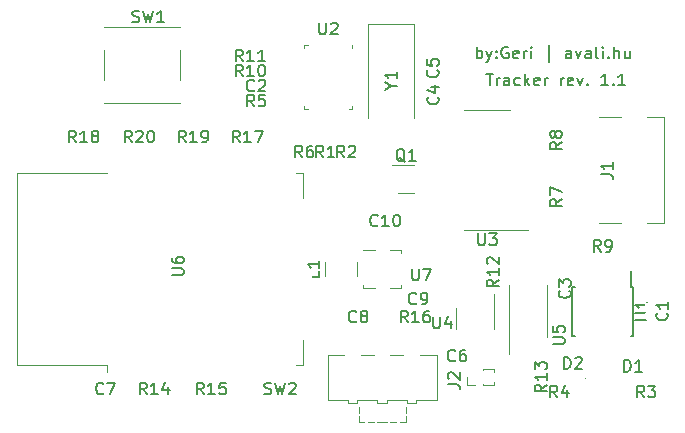
<source format=gto>
%TF.GenerationSoftware,KiCad,Pcbnew,(5.1.10)-1*%
%TF.CreationDate,2021-12-11T22:37:13+01:00*%
%TF.ProjectId,tracker,74726163-6b65-4722-9e6b-696361645f70,rev?*%
%TF.SameCoordinates,Original*%
%TF.FileFunction,Legend,Top*%
%TF.FilePolarity,Positive*%
%FSLAX46Y46*%
G04 Gerber Fmt 4.6, Leading zero omitted, Abs format (unit mm)*
G04 Created by KiCad (PCBNEW (5.1.10)-1) date 2021-12-11 22:37:13*
%MOMM*%
%LPD*%
G01*
G04 APERTURE LIST*
%ADD10C,0.150000*%
%ADD11C,0.120000*%
%ADD12C,0.100000*%
%ADD13O,2.000000X0.900000*%
%ADD14O,1.700000X0.900000*%
%ADD15R,1.160000X0.300000*%
%ADD16C,0.600000*%
%ADD17R,1.160000X0.600000*%
%ADD18R,0.850000X0.850000*%
%ADD19O,0.850000X0.850000*%
%ADD20R,0.650000X0.400000*%
%ADD21R,1.550000X1.300000*%
%ADD22R,1.250000X2.500000*%
%ADD23C,0.900000*%
%ADD24R,0.254000X0.675000*%
%ADD25R,0.675000X0.254000*%
%ADD26R,0.650000X1.560000*%
%ADD27R,1.000000X2.500000*%
%ADD28R,1.800000X1.000000*%
%ADD29R,0.600000X0.240000*%
%ADD30R,2.500000X3.325000*%
%ADD31R,0.650000X1.500000*%
%ADD32R,3.600000X2.700000*%
G04 APERTURE END LIST*
D10*
X173649428Y-73874380D02*
X174220857Y-73874380D01*
X173935142Y-74874380D02*
X173935142Y-73874380D01*
X174554190Y-74874380D02*
X174554190Y-74207714D01*
X174554190Y-74398190D02*
X174601809Y-74302952D01*
X174649428Y-74255333D01*
X174744666Y-74207714D01*
X174839904Y-74207714D01*
X175601809Y-74874380D02*
X175601809Y-74350571D01*
X175554190Y-74255333D01*
X175458952Y-74207714D01*
X175268476Y-74207714D01*
X175173238Y-74255333D01*
X175601809Y-74826761D02*
X175506571Y-74874380D01*
X175268476Y-74874380D01*
X175173238Y-74826761D01*
X175125619Y-74731523D01*
X175125619Y-74636285D01*
X175173238Y-74541047D01*
X175268476Y-74493428D01*
X175506571Y-74493428D01*
X175601809Y-74445809D01*
X176506571Y-74826761D02*
X176411333Y-74874380D01*
X176220857Y-74874380D01*
X176125619Y-74826761D01*
X176078000Y-74779142D01*
X176030380Y-74683904D01*
X176030380Y-74398190D01*
X176078000Y-74302952D01*
X176125619Y-74255333D01*
X176220857Y-74207714D01*
X176411333Y-74207714D01*
X176506571Y-74255333D01*
X176935142Y-74874380D02*
X176935142Y-73874380D01*
X177030380Y-74493428D02*
X177316095Y-74874380D01*
X177316095Y-74207714D02*
X176935142Y-74588666D01*
X178125619Y-74826761D02*
X178030380Y-74874380D01*
X177839904Y-74874380D01*
X177744666Y-74826761D01*
X177697047Y-74731523D01*
X177697047Y-74350571D01*
X177744666Y-74255333D01*
X177839904Y-74207714D01*
X178030380Y-74207714D01*
X178125619Y-74255333D01*
X178173238Y-74350571D01*
X178173238Y-74445809D01*
X177697047Y-74541047D01*
X178601809Y-74874380D02*
X178601809Y-74207714D01*
X178601809Y-74398190D02*
X178649428Y-74302952D01*
X178697047Y-74255333D01*
X178792285Y-74207714D01*
X178887523Y-74207714D01*
X179982761Y-74874380D02*
X179982761Y-74207714D01*
X179982761Y-74398190D02*
X180030380Y-74302952D01*
X180078000Y-74255333D01*
X180173238Y-74207714D01*
X180268476Y-74207714D01*
X180982761Y-74826761D02*
X180887523Y-74874380D01*
X180697047Y-74874380D01*
X180601809Y-74826761D01*
X180554190Y-74731523D01*
X180554190Y-74350571D01*
X180601809Y-74255333D01*
X180697047Y-74207714D01*
X180887523Y-74207714D01*
X180982761Y-74255333D01*
X181030380Y-74350571D01*
X181030380Y-74445809D01*
X180554190Y-74541047D01*
X181363714Y-74207714D02*
X181601809Y-74874380D01*
X181839904Y-74207714D01*
X182220857Y-74779142D02*
X182268476Y-74826761D01*
X182220857Y-74874380D01*
X182173238Y-74826761D01*
X182220857Y-74779142D01*
X182220857Y-74874380D01*
X183982761Y-74874380D02*
X183411333Y-74874380D01*
X183697047Y-74874380D02*
X183697047Y-73874380D01*
X183601809Y-74017238D01*
X183506571Y-74112476D01*
X183411333Y-74160095D01*
X184411333Y-74779142D02*
X184458952Y-74826761D01*
X184411333Y-74874380D01*
X184363714Y-74826761D01*
X184411333Y-74779142D01*
X184411333Y-74874380D01*
X185411333Y-74874380D02*
X184839904Y-74874380D01*
X185125619Y-74874380D02*
X185125619Y-73874380D01*
X185030380Y-74017238D01*
X184935142Y-74112476D01*
X184839904Y-74160095D01*
X172847809Y-72588380D02*
X172847809Y-71588380D01*
X172847809Y-71969333D02*
X172943047Y-71921714D01*
X173133523Y-71921714D01*
X173228761Y-71969333D01*
X173276380Y-72016952D01*
X173324000Y-72112190D01*
X173324000Y-72397904D01*
X173276380Y-72493142D01*
X173228761Y-72540761D01*
X173133523Y-72588380D01*
X172943047Y-72588380D01*
X172847809Y-72540761D01*
X173657333Y-71921714D02*
X173895428Y-72588380D01*
X174133523Y-71921714D02*
X173895428Y-72588380D01*
X173800190Y-72826476D01*
X173752571Y-72874095D01*
X173657333Y-72921714D01*
X174514476Y-72493142D02*
X174562095Y-72540761D01*
X174514476Y-72588380D01*
X174466857Y-72540761D01*
X174514476Y-72493142D01*
X174514476Y-72588380D01*
X174514476Y-71969333D02*
X174562095Y-72016952D01*
X174514476Y-72064571D01*
X174466857Y-72016952D01*
X174514476Y-71969333D01*
X174514476Y-72064571D01*
X175514476Y-71636000D02*
X175419238Y-71588380D01*
X175276380Y-71588380D01*
X175133523Y-71636000D01*
X175038285Y-71731238D01*
X174990666Y-71826476D01*
X174943047Y-72016952D01*
X174943047Y-72159809D01*
X174990666Y-72350285D01*
X175038285Y-72445523D01*
X175133523Y-72540761D01*
X175276380Y-72588380D01*
X175371619Y-72588380D01*
X175514476Y-72540761D01*
X175562095Y-72493142D01*
X175562095Y-72159809D01*
X175371619Y-72159809D01*
X176371619Y-72540761D02*
X176276380Y-72588380D01*
X176085904Y-72588380D01*
X175990666Y-72540761D01*
X175943047Y-72445523D01*
X175943047Y-72064571D01*
X175990666Y-71969333D01*
X176085904Y-71921714D01*
X176276380Y-71921714D01*
X176371619Y-71969333D01*
X176419238Y-72064571D01*
X176419238Y-72159809D01*
X175943047Y-72255047D01*
X176847809Y-72588380D02*
X176847809Y-71921714D01*
X176847809Y-72112190D02*
X176895428Y-72016952D01*
X176943047Y-71969333D01*
X177038285Y-71921714D01*
X177133523Y-71921714D01*
X177466857Y-72588380D02*
X177466857Y-71921714D01*
X177466857Y-71588380D02*
X177419238Y-71636000D01*
X177466857Y-71683619D01*
X177514476Y-71636000D01*
X177466857Y-71588380D01*
X177466857Y-71683619D01*
X178943047Y-72921714D02*
X178943047Y-71493142D01*
X180847809Y-72588380D02*
X180847809Y-72064571D01*
X180800190Y-71969333D01*
X180704952Y-71921714D01*
X180514476Y-71921714D01*
X180419238Y-71969333D01*
X180847809Y-72540761D02*
X180752571Y-72588380D01*
X180514476Y-72588380D01*
X180419238Y-72540761D01*
X180371619Y-72445523D01*
X180371619Y-72350285D01*
X180419238Y-72255047D01*
X180514476Y-72207428D01*
X180752571Y-72207428D01*
X180847809Y-72159809D01*
X181228761Y-71921714D02*
X181466857Y-72588380D01*
X181704952Y-71921714D01*
X182514476Y-72588380D02*
X182514476Y-72064571D01*
X182466857Y-71969333D01*
X182371619Y-71921714D01*
X182181142Y-71921714D01*
X182085904Y-71969333D01*
X182514476Y-72540761D02*
X182419238Y-72588380D01*
X182181142Y-72588380D01*
X182085904Y-72540761D01*
X182038285Y-72445523D01*
X182038285Y-72350285D01*
X182085904Y-72255047D01*
X182181142Y-72207428D01*
X182419238Y-72207428D01*
X182514476Y-72159809D01*
X183133523Y-72588380D02*
X183038285Y-72540761D01*
X182990666Y-72445523D01*
X182990666Y-71588380D01*
X183514476Y-72588380D02*
X183514476Y-71921714D01*
X183514476Y-71588380D02*
X183466857Y-71636000D01*
X183514476Y-71683619D01*
X183562095Y-71636000D01*
X183514476Y-71588380D01*
X183514476Y-71683619D01*
X183990666Y-72493142D02*
X184038285Y-72540761D01*
X183990666Y-72588380D01*
X183943047Y-72540761D01*
X183990666Y-72493142D01*
X183990666Y-72588380D01*
X184466857Y-72588380D02*
X184466857Y-71588380D01*
X184895428Y-72588380D02*
X184895428Y-72064571D01*
X184847809Y-71969333D01*
X184752571Y-71921714D01*
X184609714Y-71921714D01*
X184514476Y-71969333D01*
X184466857Y-72016952D01*
X185800190Y-71921714D02*
X185800190Y-72588380D01*
X185371619Y-71921714D02*
X185371619Y-72445523D01*
X185419238Y-72540761D01*
X185514476Y-72588380D01*
X185657333Y-72588380D01*
X185752571Y-72540761D01*
X185800190Y-72493142D01*
D11*
%TO.C,L1*%
X159993500Y-91026064D02*
X159993500Y-89821936D01*
X162713500Y-91026064D02*
X162713500Y-89821936D01*
D12*
%TO.C,D1*%
X185070000Y-99695000D02*
G75*
G03*
X185070000Y-99695000I-50000J0D01*
G01*
%TO.C,D2*%
X182060000Y-99695000D02*
G75*
G03*
X182060000Y-99695000I-50000J0D01*
G01*
D11*
%TO.C,J1*%
X188736000Y-77572000D02*
X188736000Y-86512000D01*
X183226000Y-77572000D02*
X185026000Y-77572000D01*
X188736000Y-77572000D02*
X187276000Y-77572000D01*
X188736000Y-86512000D02*
X187276000Y-86512000D01*
X183226000Y-86512000D02*
X185026000Y-86512000D01*
%TO.C,J2*%
X174280000Y-100263000D02*
X174280000Y-99962493D01*
X174280000Y-99173507D02*
X174280000Y-98873000D01*
X173405000Y-100263000D02*
X174280000Y-100263000D01*
X173405000Y-98873000D02*
X174280000Y-98873000D01*
X173405000Y-100263000D02*
X173405000Y-100176276D01*
X173405000Y-98959724D02*
X173405000Y-98873000D01*
X172720000Y-100263000D02*
X172035000Y-100263000D01*
X172035000Y-100263000D02*
X172035000Y-99568000D01*
%TO.C,Q1*%
X167578000Y-81644000D02*
X165678000Y-81644000D01*
X166178000Y-83964000D02*
X167578000Y-83964000D01*
%TO.C,SW1*%
X147756000Y-69922000D02*
X147756000Y-69952000D01*
X147756000Y-76382000D02*
X147756000Y-76352000D01*
X141296000Y-76382000D02*
X141296000Y-76352000D01*
X141296000Y-69952000D02*
X141296000Y-69922000D01*
X147756000Y-71852000D02*
X147756000Y-74452000D01*
X141296000Y-69922000D02*
X147756000Y-69922000D01*
X141296000Y-71852000D02*
X141296000Y-74452000D01*
X141296000Y-76382000D02*
X147756000Y-76382000D01*
%TO.C,SW2*%
X168046000Y-97668000D02*
X169446000Y-97668000D01*
X169446000Y-97668000D02*
X169446000Y-101468000D01*
X160246000Y-101468000D02*
X160246000Y-97668000D01*
X160246000Y-97668000D02*
X161646000Y-97668000D01*
X166646000Y-97668000D02*
X165546000Y-97668000D01*
X165546000Y-97668000D02*
X165546000Y-97668000D01*
X164146000Y-97668000D02*
X163046000Y-97668000D01*
X163046000Y-97668000D02*
X163046000Y-97668000D01*
X169446000Y-101468000D02*
X167746000Y-101468000D01*
X167746000Y-101468000D02*
X167746000Y-101768000D01*
X167746000Y-101768000D02*
X166946000Y-101768000D01*
X166946000Y-101768000D02*
X166946000Y-101468000D01*
X166946000Y-101468000D02*
X165246000Y-101468000D01*
X165246000Y-101468000D02*
X165246000Y-101768000D01*
X165246000Y-101768000D02*
X164446000Y-101768000D01*
X164446000Y-101768000D02*
X164446000Y-101468000D01*
X164446000Y-101468000D02*
X162746000Y-101468000D01*
X162746000Y-101468000D02*
X162746000Y-101768000D01*
X162746000Y-101768000D02*
X161946000Y-101768000D01*
X161946000Y-101768000D02*
X161946000Y-101468000D01*
X161946000Y-101468000D02*
X160246000Y-101468000D01*
X160246000Y-101468000D02*
X160246000Y-101468000D01*
X162846000Y-103368000D02*
X162846000Y-102868000D01*
X162846000Y-102868000D02*
X162846000Y-102868000D01*
X162846000Y-103368000D02*
X163346000Y-103368000D01*
X163346000Y-103368000D02*
X163346000Y-103368000D01*
X166846000Y-103368000D02*
X166346000Y-103368000D01*
X166346000Y-103368000D02*
X166346000Y-103368000D01*
X166846000Y-103368000D02*
X166846000Y-102868000D01*
X166846000Y-102868000D02*
X166846000Y-102868000D01*
X166846000Y-102568000D02*
X166846000Y-102068000D01*
X166846000Y-102068000D02*
X166846000Y-102068000D01*
X162846000Y-102568000D02*
X162846000Y-102068000D01*
X162846000Y-102068000D02*
X162846000Y-102068000D01*
X163646000Y-103368000D02*
X164146000Y-103368000D01*
X164146000Y-103368000D02*
X164146000Y-103368000D01*
X166046000Y-103368000D02*
X165546000Y-103368000D01*
X165546000Y-103368000D02*
X165546000Y-103368000D01*
X165246000Y-103368000D02*
X164446000Y-103368000D01*
X164446000Y-103368000D02*
X164446000Y-103368000D01*
%TO.C,U2*%
X162284000Y-76878000D02*
X162024000Y-76878000D01*
X162284000Y-76878000D02*
X162284000Y-76618000D01*
X158264000Y-76878000D02*
X158524000Y-76878000D01*
X158264000Y-76878000D02*
X158264000Y-76618000D01*
X162284000Y-71458000D02*
X162284000Y-71718000D01*
X158264000Y-71458000D02*
X158524000Y-71458000D01*
X158264000Y-71458000D02*
X158264000Y-71718000D01*
%TO.C,U3*%
X173736000Y-76982000D02*
X171786000Y-76982000D01*
X173736000Y-76982000D02*
X175686000Y-76982000D01*
X173736000Y-87102000D02*
X171786000Y-87102000D01*
X173736000Y-87102000D02*
X177186000Y-87102000D01*
%TO.C,U4*%
X171110000Y-93715000D02*
X171110000Y-95515000D01*
X174330000Y-95515000D02*
X174330000Y-92565000D01*
%TO.C,U5*%
X178775000Y-93980000D02*
X178775000Y-91780000D01*
X178775000Y-93980000D02*
X178775000Y-96180000D01*
X175555000Y-93980000D02*
X175555000Y-91780000D01*
X175555000Y-93980000D02*
X175555000Y-97580000D01*
%TO.C,U6*%
X133930000Y-98544000D02*
X133930000Y-82304000D01*
X133930000Y-82304000D02*
X141550000Y-82304000D01*
X157550000Y-82304000D02*
X158170000Y-82304000D01*
X158170000Y-82304000D02*
X158170000Y-84424000D01*
X158170000Y-96424000D02*
X158170000Y-98544000D01*
X158170000Y-98544000D02*
X157550000Y-98544000D01*
X141550000Y-98544000D02*
X133930000Y-98544000D01*
X141550000Y-98544000D02*
X141550000Y-99154000D01*
%TO.C,U7*%
X163236000Y-91804000D02*
X163236000Y-92034000D01*
X163236000Y-92034000D02*
X164211000Y-92034000D01*
X166456000Y-91804000D02*
X166456000Y-92034000D01*
X165481000Y-92034000D02*
X166456000Y-92034000D01*
X165481000Y-88814000D02*
X166456000Y-88814000D01*
X166456000Y-88814000D02*
X166456000Y-89044000D01*
X163206000Y-88814000D02*
X164211000Y-88814000D01*
%TO.C,Y1*%
X167558000Y-77622000D02*
X167558000Y-69647000D01*
X167558000Y-69647000D02*
X163658000Y-69647000D01*
X163658000Y-69647000D02*
X163658000Y-77622000D01*
D10*
%TO.C,U1*%
X185890000Y-91905000D02*
X185890000Y-90605000D01*
X180940000Y-91905000D02*
X180940000Y-96055000D01*
X186090000Y-91905000D02*
X186090000Y-96055000D01*
X180940000Y-91905000D02*
X181140000Y-91905000D01*
X180940000Y-96055000D02*
X181140000Y-96055000D01*
X186090000Y-96055000D02*
X185890000Y-96055000D01*
X186090000Y-91905000D02*
X185890000Y-91905000D01*
%TO.C,L1*%
X159525880Y-90590666D02*
X159525880Y-91066857D01*
X158525880Y-91066857D01*
X159525880Y-89733523D02*
X159525880Y-90304952D01*
X159525880Y-90019238D02*
X158525880Y-90019238D01*
X158668738Y-90114476D01*
X158763976Y-90209714D01*
X158811595Y-90304952D01*
%TO.C,C1*%
X188952142Y-94146666D02*
X188999761Y-94194285D01*
X189047380Y-94337142D01*
X189047380Y-94432380D01*
X188999761Y-94575238D01*
X188904523Y-94670476D01*
X188809285Y-94718095D01*
X188618809Y-94765714D01*
X188475952Y-94765714D01*
X188285476Y-94718095D01*
X188190238Y-94670476D01*
X188095000Y-94575238D01*
X188047380Y-94432380D01*
X188047380Y-94337142D01*
X188095000Y-94194285D01*
X188142619Y-94146666D01*
X189047380Y-93194285D02*
X189047380Y-93765714D01*
X189047380Y-93480000D02*
X188047380Y-93480000D01*
X188190238Y-93575238D01*
X188285476Y-93670476D01*
X188333095Y-93765714D01*
%TO.C,C2*%
X154011333Y-75287142D02*
X153963714Y-75334761D01*
X153820857Y-75382380D01*
X153725619Y-75382380D01*
X153582761Y-75334761D01*
X153487523Y-75239523D01*
X153439904Y-75144285D01*
X153392285Y-74953809D01*
X153392285Y-74810952D01*
X153439904Y-74620476D01*
X153487523Y-74525238D01*
X153582761Y-74430000D01*
X153725619Y-74382380D01*
X153820857Y-74382380D01*
X153963714Y-74430000D01*
X154011333Y-74477619D01*
X154392285Y-74477619D02*
X154439904Y-74430000D01*
X154535142Y-74382380D01*
X154773238Y-74382380D01*
X154868476Y-74430000D01*
X154916095Y-74477619D01*
X154963714Y-74572857D01*
X154963714Y-74668095D01*
X154916095Y-74810952D01*
X154344666Y-75382380D01*
X154963714Y-75382380D01*
%TO.C,C3*%
X180697142Y-92241666D02*
X180744761Y-92289285D01*
X180792380Y-92432142D01*
X180792380Y-92527380D01*
X180744761Y-92670238D01*
X180649523Y-92765476D01*
X180554285Y-92813095D01*
X180363809Y-92860714D01*
X180220952Y-92860714D01*
X180030476Y-92813095D01*
X179935238Y-92765476D01*
X179840000Y-92670238D01*
X179792380Y-92527380D01*
X179792380Y-92432142D01*
X179840000Y-92289285D01*
X179887619Y-92241666D01*
X179792380Y-91908333D02*
X179792380Y-91289285D01*
X180173333Y-91622619D01*
X180173333Y-91479761D01*
X180220952Y-91384523D01*
X180268571Y-91336904D01*
X180363809Y-91289285D01*
X180601904Y-91289285D01*
X180697142Y-91336904D01*
X180744761Y-91384523D01*
X180792380Y-91479761D01*
X180792380Y-91765476D01*
X180744761Y-91860714D01*
X180697142Y-91908333D01*
%TO.C,C4*%
X169555142Y-75858666D02*
X169602761Y-75906285D01*
X169650380Y-76049142D01*
X169650380Y-76144380D01*
X169602761Y-76287238D01*
X169507523Y-76382476D01*
X169412285Y-76430095D01*
X169221809Y-76477714D01*
X169078952Y-76477714D01*
X168888476Y-76430095D01*
X168793238Y-76382476D01*
X168698000Y-76287238D01*
X168650380Y-76144380D01*
X168650380Y-76049142D01*
X168698000Y-75906285D01*
X168745619Y-75858666D01*
X168983714Y-75001523D02*
X169650380Y-75001523D01*
X168602761Y-75239619D02*
X169317047Y-75477714D01*
X169317047Y-74858666D01*
%TO.C,C5*%
X169521142Y-73572666D02*
X169568761Y-73620285D01*
X169616380Y-73763142D01*
X169616380Y-73858380D01*
X169568761Y-74001238D01*
X169473523Y-74096476D01*
X169378285Y-74144095D01*
X169187809Y-74191714D01*
X169044952Y-74191714D01*
X168854476Y-74144095D01*
X168759238Y-74096476D01*
X168664000Y-74001238D01*
X168616380Y-73858380D01*
X168616380Y-73763142D01*
X168664000Y-73620285D01*
X168711619Y-73572666D01*
X168616380Y-72667904D02*
X168616380Y-73144095D01*
X169092571Y-73191714D01*
X169044952Y-73144095D01*
X168997333Y-73048857D01*
X168997333Y-72810761D01*
X169044952Y-72715523D01*
X169092571Y-72667904D01*
X169187809Y-72620285D01*
X169425904Y-72620285D01*
X169521142Y-72667904D01*
X169568761Y-72715523D01*
X169616380Y-72810761D01*
X169616380Y-73048857D01*
X169568761Y-73144095D01*
X169521142Y-73191714D01*
%TO.C,C6*%
X171029333Y-98147142D02*
X170981714Y-98194761D01*
X170838857Y-98242380D01*
X170743619Y-98242380D01*
X170600761Y-98194761D01*
X170505523Y-98099523D01*
X170457904Y-98004285D01*
X170410285Y-97813809D01*
X170410285Y-97670952D01*
X170457904Y-97480476D01*
X170505523Y-97385238D01*
X170600761Y-97290000D01*
X170743619Y-97242380D01*
X170838857Y-97242380D01*
X170981714Y-97290000D01*
X171029333Y-97337619D01*
X171886476Y-97242380D02*
X171696000Y-97242380D01*
X171600761Y-97290000D01*
X171553142Y-97337619D01*
X171457904Y-97480476D01*
X171410285Y-97670952D01*
X171410285Y-98051904D01*
X171457904Y-98147142D01*
X171505523Y-98194761D01*
X171600761Y-98242380D01*
X171791238Y-98242380D01*
X171886476Y-98194761D01*
X171934095Y-98147142D01*
X171981714Y-98051904D01*
X171981714Y-97813809D01*
X171934095Y-97718571D01*
X171886476Y-97670952D01*
X171791238Y-97623333D01*
X171600761Y-97623333D01*
X171505523Y-97670952D01*
X171457904Y-97718571D01*
X171410285Y-97813809D01*
%TO.C,C7*%
X141235833Y-100941142D02*
X141188214Y-100988761D01*
X141045357Y-101036380D01*
X140950119Y-101036380D01*
X140807261Y-100988761D01*
X140712023Y-100893523D01*
X140664404Y-100798285D01*
X140616785Y-100607809D01*
X140616785Y-100464952D01*
X140664404Y-100274476D01*
X140712023Y-100179238D01*
X140807261Y-100084000D01*
X140950119Y-100036380D01*
X141045357Y-100036380D01*
X141188214Y-100084000D01*
X141235833Y-100131619D01*
X141569166Y-100036380D02*
X142235833Y-100036380D01*
X141807261Y-101036380D01*
%TO.C,C8*%
X162647333Y-94845142D02*
X162599714Y-94892761D01*
X162456857Y-94940380D01*
X162361619Y-94940380D01*
X162218761Y-94892761D01*
X162123523Y-94797523D01*
X162075904Y-94702285D01*
X162028285Y-94511809D01*
X162028285Y-94368952D01*
X162075904Y-94178476D01*
X162123523Y-94083238D01*
X162218761Y-93988000D01*
X162361619Y-93940380D01*
X162456857Y-93940380D01*
X162599714Y-93988000D01*
X162647333Y-94035619D01*
X163218761Y-94368952D02*
X163123523Y-94321333D01*
X163075904Y-94273714D01*
X163028285Y-94178476D01*
X163028285Y-94130857D01*
X163075904Y-94035619D01*
X163123523Y-93988000D01*
X163218761Y-93940380D01*
X163409238Y-93940380D01*
X163504476Y-93988000D01*
X163552095Y-94035619D01*
X163599714Y-94130857D01*
X163599714Y-94178476D01*
X163552095Y-94273714D01*
X163504476Y-94321333D01*
X163409238Y-94368952D01*
X163218761Y-94368952D01*
X163123523Y-94416571D01*
X163075904Y-94464190D01*
X163028285Y-94559428D01*
X163028285Y-94749904D01*
X163075904Y-94845142D01*
X163123523Y-94892761D01*
X163218761Y-94940380D01*
X163409238Y-94940380D01*
X163504476Y-94892761D01*
X163552095Y-94845142D01*
X163599714Y-94749904D01*
X163599714Y-94559428D01*
X163552095Y-94464190D01*
X163504476Y-94416571D01*
X163409238Y-94368952D01*
%TO.C,C9*%
X167727333Y-93321142D02*
X167679714Y-93368761D01*
X167536857Y-93416380D01*
X167441619Y-93416380D01*
X167298761Y-93368761D01*
X167203523Y-93273523D01*
X167155904Y-93178285D01*
X167108285Y-92987809D01*
X167108285Y-92844952D01*
X167155904Y-92654476D01*
X167203523Y-92559238D01*
X167298761Y-92464000D01*
X167441619Y-92416380D01*
X167536857Y-92416380D01*
X167679714Y-92464000D01*
X167727333Y-92511619D01*
X168203523Y-93416380D02*
X168394000Y-93416380D01*
X168489238Y-93368761D01*
X168536857Y-93321142D01*
X168632095Y-93178285D01*
X168679714Y-92987809D01*
X168679714Y-92606857D01*
X168632095Y-92511619D01*
X168584476Y-92464000D01*
X168489238Y-92416380D01*
X168298761Y-92416380D01*
X168203523Y-92464000D01*
X168155904Y-92511619D01*
X168108285Y-92606857D01*
X168108285Y-92844952D01*
X168155904Y-92940190D01*
X168203523Y-92987809D01*
X168298761Y-93035428D01*
X168489238Y-93035428D01*
X168584476Y-92987809D01*
X168632095Y-92940190D01*
X168679714Y-92844952D01*
%TO.C,C10*%
X164457142Y-86717142D02*
X164409523Y-86764761D01*
X164266666Y-86812380D01*
X164171428Y-86812380D01*
X164028571Y-86764761D01*
X163933333Y-86669523D01*
X163885714Y-86574285D01*
X163838095Y-86383809D01*
X163838095Y-86240952D01*
X163885714Y-86050476D01*
X163933333Y-85955238D01*
X164028571Y-85860000D01*
X164171428Y-85812380D01*
X164266666Y-85812380D01*
X164409523Y-85860000D01*
X164457142Y-85907619D01*
X165409523Y-86812380D02*
X164838095Y-86812380D01*
X165123809Y-86812380D02*
X165123809Y-85812380D01*
X165028571Y-85955238D01*
X164933333Y-86050476D01*
X164838095Y-86098095D01*
X166028571Y-85812380D02*
X166123809Y-85812380D01*
X166219047Y-85860000D01*
X166266666Y-85907619D01*
X166314285Y-86002857D01*
X166361904Y-86193333D01*
X166361904Y-86431428D01*
X166314285Y-86621904D01*
X166266666Y-86717142D01*
X166219047Y-86764761D01*
X166123809Y-86812380D01*
X166028571Y-86812380D01*
X165933333Y-86764761D01*
X165885714Y-86717142D01*
X165838095Y-86621904D01*
X165790476Y-86431428D01*
X165790476Y-86193333D01*
X165838095Y-86002857D01*
X165885714Y-85907619D01*
X165933333Y-85860000D01*
X166028571Y-85812380D01*
%TO.C,D1*%
X185316904Y-99097380D02*
X185316904Y-98097380D01*
X185555000Y-98097380D01*
X185697857Y-98145000D01*
X185793095Y-98240238D01*
X185840714Y-98335476D01*
X185888333Y-98525952D01*
X185888333Y-98668809D01*
X185840714Y-98859285D01*
X185793095Y-98954523D01*
X185697857Y-99049761D01*
X185555000Y-99097380D01*
X185316904Y-99097380D01*
X186840714Y-99097380D02*
X186269285Y-99097380D01*
X186555000Y-99097380D02*
X186555000Y-98097380D01*
X186459761Y-98240238D01*
X186364523Y-98335476D01*
X186269285Y-98383095D01*
%TO.C,D2*%
X180236904Y-98877380D02*
X180236904Y-97877380D01*
X180475000Y-97877380D01*
X180617857Y-97925000D01*
X180713095Y-98020238D01*
X180760714Y-98115476D01*
X180808333Y-98305952D01*
X180808333Y-98448809D01*
X180760714Y-98639285D01*
X180713095Y-98734523D01*
X180617857Y-98829761D01*
X180475000Y-98877380D01*
X180236904Y-98877380D01*
X181189285Y-97972619D02*
X181236904Y-97925000D01*
X181332142Y-97877380D01*
X181570238Y-97877380D01*
X181665476Y-97925000D01*
X181713095Y-97972619D01*
X181760714Y-98067857D01*
X181760714Y-98163095D01*
X181713095Y-98305952D01*
X181141666Y-98877380D01*
X181760714Y-98877380D01*
%TO.C,J1*%
X183348380Y-82375333D02*
X184062666Y-82375333D01*
X184205523Y-82422952D01*
X184300761Y-82518190D01*
X184348380Y-82661047D01*
X184348380Y-82756285D01*
X184348380Y-81375333D02*
X184348380Y-81946761D01*
X184348380Y-81661047D02*
X183348380Y-81661047D01*
X183491238Y-81756285D01*
X183586476Y-81851523D01*
X183634095Y-81946761D01*
%TO.C,J2*%
X170394380Y-100155333D02*
X171108666Y-100155333D01*
X171251523Y-100202952D01*
X171346761Y-100298190D01*
X171394380Y-100441047D01*
X171394380Y-100536285D01*
X170489619Y-99726761D02*
X170442000Y-99679142D01*
X170394380Y-99583904D01*
X170394380Y-99345809D01*
X170442000Y-99250571D01*
X170489619Y-99202952D01*
X170584857Y-99155333D01*
X170680095Y-99155333D01*
X170822952Y-99202952D01*
X171394380Y-99774380D01*
X171394380Y-99155333D01*
%TO.C,Q1*%
X166782761Y-81351619D02*
X166687523Y-81304000D01*
X166592285Y-81208761D01*
X166449428Y-81065904D01*
X166354190Y-81018285D01*
X166258952Y-81018285D01*
X166306571Y-81256380D02*
X166211333Y-81208761D01*
X166116095Y-81113523D01*
X166068476Y-80923047D01*
X166068476Y-80589714D01*
X166116095Y-80399238D01*
X166211333Y-80304000D01*
X166306571Y-80256380D01*
X166497047Y-80256380D01*
X166592285Y-80304000D01*
X166687523Y-80399238D01*
X166735142Y-80589714D01*
X166735142Y-80923047D01*
X166687523Y-81113523D01*
X166592285Y-81208761D01*
X166497047Y-81256380D01*
X166306571Y-81256380D01*
X167687523Y-81256380D02*
X167116095Y-81256380D01*
X167401809Y-81256380D02*
X167401809Y-80256380D01*
X167306571Y-80399238D01*
X167211333Y-80494476D01*
X167116095Y-80542095D01*
%TO.C,R1*%
X159853333Y-80970380D02*
X159520000Y-80494190D01*
X159281904Y-80970380D02*
X159281904Y-79970380D01*
X159662857Y-79970380D01*
X159758095Y-80018000D01*
X159805714Y-80065619D01*
X159853333Y-80160857D01*
X159853333Y-80303714D01*
X159805714Y-80398952D01*
X159758095Y-80446571D01*
X159662857Y-80494190D01*
X159281904Y-80494190D01*
X160805714Y-80970380D02*
X160234285Y-80970380D01*
X160520000Y-80970380D02*
X160520000Y-79970380D01*
X160424761Y-80113238D01*
X160329523Y-80208476D01*
X160234285Y-80256095D01*
%TO.C,R2*%
X161631333Y-80970380D02*
X161298000Y-80494190D01*
X161059904Y-80970380D02*
X161059904Y-79970380D01*
X161440857Y-79970380D01*
X161536095Y-80018000D01*
X161583714Y-80065619D01*
X161631333Y-80160857D01*
X161631333Y-80303714D01*
X161583714Y-80398952D01*
X161536095Y-80446571D01*
X161440857Y-80494190D01*
X161059904Y-80494190D01*
X162012285Y-80065619D02*
X162059904Y-80018000D01*
X162155142Y-79970380D01*
X162393238Y-79970380D01*
X162488476Y-80018000D01*
X162536095Y-80065619D01*
X162583714Y-80160857D01*
X162583714Y-80256095D01*
X162536095Y-80398952D01*
X161964666Y-80970380D01*
X162583714Y-80970380D01*
%TO.C,R3*%
X187031333Y-101290380D02*
X186698000Y-100814190D01*
X186459904Y-101290380D02*
X186459904Y-100290380D01*
X186840857Y-100290380D01*
X186936095Y-100338000D01*
X186983714Y-100385619D01*
X187031333Y-100480857D01*
X187031333Y-100623714D01*
X186983714Y-100718952D01*
X186936095Y-100766571D01*
X186840857Y-100814190D01*
X186459904Y-100814190D01*
X187364666Y-100290380D02*
X187983714Y-100290380D01*
X187650380Y-100671333D01*
X187793238Y-100671333D01*
X187888476Y-100718952D01*
X187936095Y-100766571D01*
X187983714Y-100861809D01*
X187983714Y-101099904D01*
X187936095Y-101195142D01*
X187888476Y-101242761D01*
X187793238Y-101290380D01*
X187507523Y-101290380D01*
X187412285Y-101242761D01*
X187364666Y-101195142D01*
%TO.C,R4*%
X179665333Y-101290380D02*
X179332000Y-100814190D01*
X179093904Y-101290380D02*
X179093904Y-100290380D01*
X179474857Y-100290380D01*
X179570095Y-100338000D01*
X179617714Y-100385619D01*
X179665333Y-100480857D01*
X179665333Y-100623714D01*
X179617714Y-100718952D01*
X179570095Y-100766571D01*
X179474857Y-100814190D01*
X179093904Y-100814190D01*
X180522476Y-100623714D02*
X180522476Y-101290380D01*
X180284380Y-100242761D02*
X180046285Y-100957047D01*
X180665333Y-100957047D01*
%TO.C,R5*%
X154011333Y-76652380D02*
X153678000Y-76176190D01*
X153439904Y-76652380D02*
X153439904Y-75652380D01*
X153820857Y-75652380D01*
X153916095Y-75700000D01*
X153963714Y-75747619D01*
X154011333Y-75842857D01*
X154011333Y-75985714D01*
X153963714Y-76080952D01*
X153916095Y-76128571D01*
X153820857Y-76176190D01*
X153439904Y-76176190D01*
X154916095Y-75652380D02*
X154439904Y-75652380D01*
X154392285Y-76128571D01*
X154439904Y-76080952D01*
X154535142Y-76033333D01*
X154773238Y-76033333D01*
X154868476Y-76080952D01*
X154916095Y-76128571D01*
X154963714Y-76223809D01*
X154963714Y-76461904D01*
X154916095Y-76557142D01*
X154868476Y-76604761D01*
X154773238Y-76652380D01*
X154535142Y-76652380D01*
X154439904Y-76604761D01*
X154392285Y-76557142D01*
%TO.C,R6*%
X158075333Y-80970380D02*
X157742000Y-80494190D01*
X157503904Y-80970380D02*
X157503904Y-79970380D01*
X157884857Y-79970380D01*
X157980095Y-80018000D01*
X158027714Y-80065619D01*
X158075333Y-80160857D01*
X158075333Y-80303714D01*
X158027714Y-80398952D01*
X157980095Y-80446571D01*
X157884857Y-80494190D01*
X157503904Y-80494190D01*
X158932476Y-79970380D02*
X158742000Y-79970380D01*
X158646761Y-80018000D01*
X158599142Y-80065619D01*
X158503904Y-80208476D01*
X158456285Y-80398952D01*
X158456285Y-80779904D01*
X158503904Y-80875142D01*
X158551523Y-80922761D01*
X158646761Y-80970380D01*
X158837238Y-80970380D01*
X158932476Y-80922761D01*
X158980095Y-80875142D01*
X159027714Y-80779904D01*
X159027714Y-80541809D01*
X158980095Y-80446571D01*
X158932476Y-80398952D01*
X158837238Y-80351333D01*
X158646761Y-80351333D01*
X158551523Y-80398952D01*
X158503904Y-80446571D01*
X158456285Y-80541809D01*
%TO.C,R7*%
X180030380Y-84494666D02*
X179554190Y-84828000D01*
X180030380Y-85066095D02*
X179030380Y-85066095D01*
X179030380Y-84685142D01*
X179078000Y-84589904D01*
X179125619Y-84542285D01*
X179220857Y-84494666D01*
X179363714Y-84494666D01*
X179458952Y-84542285D01*
X179506571Y-84589904D01*
X179554190Y-84685142D01*
X179554190Y-85066095D01*
X179030380Y-84161333D02*
X179030380Y-83494666D01*
X180030380Y-83923238D01*
%TO.C,R8*%
X180064380Y-79668666D02*
X179588190Y-80002000D01*
X180064380Y-80240095D02*
X179064380Y-80240095D01*
X179064380Y-79859142D01*
X179112000Y-79763904D01*
X179159619Y-79716285D01*
X179254857Y-79668666D01*
X179397714Y-79668666D01*
X179492952Y-79716285D01*
X179540571Y-79763904D01*
X179588190Y-79859142D01*
X179588190Y-80240095D01*
X179492952Y-79097238D02*
X179445333Y-79192476D01*
X179397714Y-79240095D01*
X179302476Y-79287714D01*
X179254857Y-79287714D01*
X179159619Y-79240095D01*
X179112000Y-79192476D01*
X179064380Y-79097238D01*
X179064380Y-78906761D01*
X179112000Y-78811523D01*
X179159619Y-78763904D01*
X179254857Y-78716285D01*
X179302476Y-78716285D01*
X179397714Y-78763904D01*
X179445333Y-78811523D01*
X179492952Y-78906761D01*
X179492952Y-79097238D01*
X179540571Y-79192476D01*
X179588190Y-79240095D01*
X179683428Y-79287714D01*
X179873904Y-79287714D01*
X179969142Y-79240095D01*
X180016761Y-79192476D01*
X180064380Y-79097238D01*
X180064380Y-78906761D01*
X180016761Y-78811523D01*
X179969142Y-78763904D01*
X179873904Y-78716285D01*
X179683428Y-78716285D01*
X179588190Y-78763904D01*
X179540571Y-78811523D01*
X179492952Y-78906761D01*
%TO.C,R9*%
X183348333Y-88937380D02*
X183015000Y-88461190D01*
X182776904Y-88937380D02*
X182776904Y-87937380D01*
X183157857Y-87937380D01*
X183253095Y-87985000D01*
X183300714Y-88032619D01*
X183348333Y-88127857D01*
X183348333Y-88270714D01*
X183300714Y-88365952D01*
X183253095Y-88413571D01*
X183157857Y-88461190D01*
X182776904Y-88461190D01*
X183824523Y-88937380D02*
X184015000Y-88937380D01*
X184110238Y-88889761D01*
X184157857Y-88842142D01*
X184253095Y-88699285D01*
X184300714Y-88508809D01*
X184300714Y-88127857D01*
X184253095Y-88032619D01*
X184205476Y-87985000D01*
X184110238Y-87937380D01*
X183919761Y-87937380D01*
X183824523Y-87985000D01*
X183776904Y-88032619D01*
X183729285Y-88127857D01*
X183729285Y-88365952D01*
X183776904Y-88461190D01*
X183824523Y-88508809D01*
X183919761Y-88556428D01*
X184110238Y-88556428D01*
X184205476Y-88508809D01*
X184253095Y-88461190D01*
X184300714Y-88365952D01*
%TO.C,R10*%
X153027142Y-74112380D02*
X152693809Y-73636190D01*
X152455714Y-74112380D02*
X152455714Y-73112380D01*
X152836666Y-73112380D01*
X152931904Y-73160000D01*
X152979523Y-73207619D01*
X153027142Y-73302857D01*
X153027142Y-73445714D01*
X152979523Y-73540952D01*
X152931904Y-73588571D01*
X152836666Y-73636190D01*
X152455714Y-73636190D01*
X153979523Y-74112380D02*
X153408095Y-74112380D01*
X153693809Y-74112380D02*
X153693809Y-73112380D01*
X153598571Y-73255238D01*
X153503333Y-73350476D01*
X153408095Y-73398095D01*
X154598571Y-73112380D02*
X154693809Y-73112380D01*
X154789047Y-73160000D01*
X154836666Y-73207619D01*
X154884285Y-73302857D01*
X154931904Y-73493333D01*
X154931904Y-73731428D01*
X154884285Y-73921904D01*
X154836666Y-74017142D01*
X154789047Y-74064761D01*
X154693809Y-74112380D01*
X154598571Y-74112380D01*
X154503333Y-74064761D01*
X154455714Y-74017142D01*
X154408095Y-73921904D01*
X154360476Y-73731428D01*
X154360476Y-73493333D01*
X154408095Y-73302857D01*
X154455714Y-73207619D01*
X154503333Y-73160000D01*
X154598571Y-73112380D01*
%TO.C,R11*%
X153027142Y-72842380D02*
X152693809Y-72366190D01*
X152455714Y-72842380D02*
X152455714Y-71842380D01*
X152836666Y-71842380D01*
X152931904Y-71890000D01*
X152979523Y-71937619D01*
X153027142Y-72032857D01*
X153027142Y-72175714D01*
X152979523Y-72270952D01*
X152931904Y-72318571D01*
X152836666Y-72366190D01*
X152455714Y-72366190D01*
X153979523Y-72842380D02*
X153408095Y-72842380D01*
X153693809Y-72842380D02*
X153693809Y-71842380D01*
X153598571Y-71985238D01*
X153503333Y-72080476D01*
X153408095Y-72128095D01*
X154931904Y-72842380D02*
X154360476Y-72842380D01*
X154646190Y-72842380D02*
X154646190Y-71842380D01*
X154550952Y-71985238D01*
X154455714Y-72080476D01*
X154360476Y-72128095D01*
%TO.C,R12*%
X174696380Y-91320857D02*
X174220190Y-91654190D01*
X174696380Y-91892285D02*
X173696380Y-91892285D01*
X173696380Y-91511333D01*
X173744000Y-91416095D01*
X173791619Y-91368476D01*
X173886857Y-91320857D01*
X174029714Y-91320857D01*
X174124952Y-91368476D01*
X174172571Y-91416095D01*
X174220190Y-91511333D01*
X174220190Y-91892285D01*
X174696380Y-90368476D02*
X174696380Y-90939904D01*
X174696380Y-90654190D02*
X173696380Y-90654190D01*
X173839238Y-90749428D01*
X173934476Y-90844666D01*
X173982095Y-90939904D01*
X173791619Y-89987523D02*
X173744000Y-89939904D01*
X173696380Y-89844666D01*
X173696380Y-89606571D01*
X173744000Y-89511333D01*
X173791619Y-89463714D01*
X173886857Y-89416095D01*
X173982095Y-89416095D01*
X174124952Y-89463714D01*
X174696380Y-90035142D01*
X174696380Y-89416095D01*
%TO.C,R13*%
X178760380Y-100210857D02*
X178284190Y-100544190D01*
X178760380Y-100782285D02*
X177760380Y-100782285D01*
X177760380Y-100401333D01*
X177808000Y-100306095D01*
X177855619Y-100258476D01*
X177950857Y-100210857D01*
X178093714Y-100210857D01*
X178188952Y-100258476D01*
X178236571Y-100306095D01*
X178284190Y-100401333D01*
X178284190Y-100782285D01*
X178760380Y-99258476D02*
X178760380Y-99829904D01*
X178760380Y-99544190D02*
X177760380Y-99544190D01*
X177903238Y-99639428D01*
X177998476Y-99734666D01*
X178046095Y-99829904D01*
X177760380Y-98925142D02*
X177760380Y-98306095D01*
X178141333Y-98639428D01*
X178141333Y-98496571D01*
X178188952Y-98401333D01*
X178236571Y-98353714D01*
X178331809Y-98306095D01*
X178569904Y-98306095D01*
X178665142Y-98353714D01*
X178712761Y-98401333D01*
X178760380Y-98496571D01*
X178760380Y-98782285D01*
X178712761Y-98877523D01*
X178665142Y-98925142D01*
%TO.C,R14*%
X144899142Y-101036380D02*
X144565809Y-100560190D01*
X144327714Y-101036380D02*
X144327714Y-100036380D01*
X144708666Y-100036380D01*
X144803904Y-100084000D01*
X144851523Y-100131619D01*
X144899142Y-100226857D01*
X144899142Y-100369714D01*
X144851523Y-100464952D01*
X144803904Y-100512571D01*
X144708666Y-100560190D01*
X144327714Y-100560190D01*
X145851523Y-101036380D02*
X145280095Y-101036380D01*
X145565809Y-101036380D02*
X145565809Y-100036380D01*
X145470571Y-100179238D01*
X145375333Y-100274476D01*
X145280095Y-100322095D01*
X146708666Y-100369714D02*
X146708666Y-101036380D01*
X146470571Y-99988761D02*
X146232476Y-100703047D01*
X146851523Y-100703047D01*
%TO.C,R15*%
X149725142Y-101036380D02*
X149391809Y-100560190D01*
X149153714Y-101036380D02*
X149153714Y-100036380D01*
X149534666Y-100036380D01*
X149629904Y-100084000D01*
X149677523Y-100131619D01*
X149725142Y-100226857D01*
X149725142Y-100369714D01*
X149677523Y-100464952D01*
X149629904Y-100512571D01*
X149534666Y-100560190D01*
X149153714Y-100560190D01*
X150677523Y-101036380D02*
X150106095Y-101036380D01*
X150391809Y-101036380D02*
X150391809Y-100036380D01*
X150296571Y-100179238D01*
X150201333Y-100274476D01*
X150106095Y-100322095D01*
X151582285Y-100036380D02*
X151106095Y-100036380D01*
X151058476Y-100512571D01*
X151106095Y-100464952D01*
X151201333Y-100417333D01*
X151439428Y-100417333D01*
X151534666Y-100464952D01*
X151582285Y-100512571D01*
X151629904Y-100607809D01*
X151629904Y-100845904D01*
X151582285Y-100941142D01*
X151534666Y-100988761D01*
X151439428Y-101036380D01*
X151201333Y-101036380D01*
X151106095Y-100988761D01*
X151058476Y-100941142D01*
%TO.C,R16*%
X166997142Y-94940380D02*
X166663809Y-94464190D01*
X166425714Y-94940380D02*
X166425714Y-93940380D01*
X166806666Y-93940380D01*
X166901904Y-93988000D01*
X166949523Y-94035619D01*
X166997142Y-94130857D01*
X166997142Y-94273714D01*
X166949523Y-94368952D01*
X166901904Y-94416571D01*
X166806666Y-94464190D01*
X166425714Y-94464190D01*
X167949523Y-94940380D02*
X167378095Y-94940380D01*
X167663809Y-94940380D02*
X167663809Y-93940380D01*
X167568571Y-94083238D01*
X167473333Y-94178476D01*
X167378095Y-94226095D01*
X168806666Y-93940380D02*
X168616190Y-93940380D01*
X168520952Y-93988000D01*
X168473333Y-94035619D01*
X168378095Y-94178476D01*
X168330476Y-94368952D01*
X168330476Y-94749904D01*
X168378095Y-94845142D01*
X168425714Y-94892761D01*
X168520952Y-94940380D01*
X168711428Y-94940380D01*
X168806666Y-94892761D01*
X168854285Y-94845142D01*
X168901904Y-94749904D01*
X168901904Y-94511809D01*
X168854285Y-94416571D01*
X168806666Y-94368952D01*
X168711428Y-94321333D01*
X168520952Y-94321333D01*
X168425714Y-94368952D01*
X168378095Y-94416571D01*
X168330476Y-94511809D01*
%TO.C,R17*%
X152773142Y-79700380D02*
X152439809Y-79224190D01*
X152201714Y-79700380D02*
X152201714Y-78700380D01*
X152582666Y-78700380D01*
X152677904Y-78748000D01*
X152725523Y-78795619D01*
X152773142Y-78890857D01*
X152773142Y-79033714D01*
X152725523Y-79128952D01*
X152677904Y-79176571D01*
X152582666Y-79224190D01*
X152201714Y-79224190D01*
X153725523Y-79700380D02*
X153154095Y-79700380D01*
X153439809Y-79700380D02*
X153439809Y-78700380D01*
X153344571Y-78843238D01*
X153249333Y-78938476D01*
X153154095Y-78986095D01*
X154058857Y-78700380D02*
X154725523Y-78700380D01*
X154296952Y-79700380D01*
%TO.C,R18*%
X138903642Y-79700380D02*
X138570309Y-79224190D01*
X138332214Y-79700380D02*
X138332214Y-78700380D01*
X138713166Y-78700380D01*
X138808404Y-78748000D01*
X138856023Y-78795619D01*
X138903642Y-78890857D01*
X138903642Y-79033714D01*
X138856023Y-79128952D01*
X138808404Y-79176571D01*
X138713166Y-79224190D01*
X138332214Y-79224190D01*
X139856023Y-79700380D02*
X139284595Y-79700380D01*
X139570309Y-79700380D02*
X139570309Y-78700380D01*
X139475071Y-78843238D01*
X139379833Y-78938476D01*
X139284595Y-78986095D01*
X140427452Y-79128952D02*
X140332214Y-79081333D01*
X140284595Y-79033714D01*
X140236976Y-78938476D01*
X140236976Y-78890857D01*
X140284595Y-78795619D01*
X140332214Y-78748000D01*
X140427452Y-78700380D01*
X140617928Y-78700380D01*
X140713166Y-78748000D01*
X140760785Y-78795619D01*
X140808404Y-78890857D01*
X140808404Y-78938476D01*
X140760785Y-79033714D01*
X140713166Y-79081333D01*
X140617928Y-79128952D01*
X140427452Y-79128952D01*
X140332214Y-79176571D01*
X140284595Y-79224190D01*
X140236976Y-79319428D01*
X140236976Y-79509904D01*
X140284595Y-79605142D01*
X140332214Y-79652761D01*
X140427452Y-79700380D01*
X140617928Y-79700380D01*
X140713166Y-79652761D01*
X140760785Y-79605142D01*
X140808404Y-79509904D01*
X140808404Y-79319428D01*
X140760785Y-79224190D01*
X140713166Y-79176571D01*
X140617928Y-79128952D01*
%TO.C,R19*%
X148201142Y-79700380D02*
X147867809Y-79224190D01*
X147629714Y-79700380D02*
X147629714Y-78700380D01*
X148010666Y-78700380D01*
X148105904Y-78748000D01*
X148153523Y-78795619D01*
X148201142Y-78890857D01*
X148201142Y-79033714D01*
X148153523Y-79128952D01*
X148105904Y-79176571D01*
X148010666Y-79224190D01*
X147629714Y-79224190D01*
X149153523Y-79700380D02*
X148582095Y-79700380D01*
X148867809Y-79700380D02*
X148867809Y-78700380D01*
X148772571Y-78843238D01*
X148677333Y-78938476D01*
X148582095Y-78986095D01*
X149629714Y-79700380D02*
X149820190Y-79700380D01*
X149915428Y-79652761D01*
X149963047Y-79605142D01*
X150058285Y-79462285D01*
X150105904Y-79271809D01*
X150105904Y-78890857D01*
X150058285Y-78795619D01*
X150010666Y-78748000D01*
X149915428Y-78700380D01*
X149724952Y-78700380D01*
X149629714Y-78748000D01*
X149582095Y-78795619D01*
X149534476Y-78890857D01*
X149534476Y-79128952D01*
X149582095Y-79224190D01*
X149629714Y-79271809D01*
X149724952Y-79319428D01*
X149915428Y-79319428D01*
X150010666Y-79271809D01*
X150058285Y-79224190D01*
X150105904Y-79128952D01*
%TO.C,R20*%
X143629142Y-79700380D02*
X143295809Y-79224190D01*
X143057714Y-79700380D02*
X143057714Y-78700380D01*
X143438666Y-78700380D01*
X143533904Y-78748000D01*
X143581523Y-78795619D01*
X143629142Y-78890857D01*
X143629142Y-79033714D01*
X143581523Y-79128952D01*
X143533904Y-79176571D01*
X143438666Y-79224190D01*
X143057714Y-79224190D01*
X144010095Y-78795619D02*
X144057714Y-78748000D01*
X144152952Y-78700380D01*
X144391047Y-78700380D01*
X144486285Y-78748000D01*
X144533904Y-78795619D01*
X144581523Y-78890857D01*
X144581523Y-78986095D01*
X144533904Y-79128952D01*
X143962476Y-79700380D01*
X144581523Y-79700380D01*
X145200571Y-78700380D02*
X145295809Y-78700380D01*
X145391047Y-78748000D01*
X145438666Y-78795619D01*
X145486285Y-78890857D01*
X145533904Y-79081333D01*
X145533904Y-79319428D01*
X145486285Y-79509904D01*
X145438666Y-79605142D01*
X145391047Y-79652761D01*
X145295809Y-79700380D01*
X145200571Y-79700380D01*
X145105333Y-79652761D01*
X145057714Y-79605142D01*
X145010095Y-79509904D01*
X144962476Y-79319428D01*
X144962476Y-79081333D01*
X145010095Y-78890857D01*
X145057714Y-78795619D01*
X145105333Y-78748000D01*
X145200571Y-78700380D01*
%TO.C,SW1*%
X143700666Y-69492761D02*
X143843523Y-69540380D01*
X144081619Y-69540380D01*
X144176857Y-69492761D01*
X144224476Y-69445142D01*
X144272095Y-69349904D01*
X144272095Y-69254666D01*
X144224476Y-69159428D01*
X144176857Y-69111809D01*
X144081619Y-69064190D01*
X143891142Y-69016571D01*
X143795904Y-68968952D01*
X143748285Y-68921333D01*
X143700666Y-68826095D01*
X143700666Y-68730857D01*
X143748285Y-68635619D01*
X143795904Y-68588000D01*
X143891142Y-68540380D01*
X144129238Y-68540380D01*
X144272095Y-68588000D01*
X144605428Y-68540380D02*
X144843523Y-69540380D01*
X145034000Y-68826095D01*
X145224476Y-69540380D01*
X145462571Y-68540380D01*
X146367333Y-69540380D02*
X145795904Y-69540380D01*
X146081619Y-69540380D02*
X146081619Y-68540380D01*
X145986380Y-68683238D01*
X145891142Y-68778476D01*
X145795904Y-68826095D01*
%TO.C,SW2*%
X154876666Y-100988761D02*
X155019523Y-101036380D01*
X155257619Y-101036380D01*
X155352857Y-100988761D01*
X155400476Y-100941142D01*
X155448095Y-100845904D01*
X155448095Y-100750666D01*
X155400476Y-100655428D01*
X155352857Y-100607809D01*
X155257619Y-100560190D01*
X155067142Y-100512571D01*
X154971904Y-100464952D01*
X154924285Y-100417333D01*
X154876666Y-100322095D01*
X154876666Y-100226857D01*
X154924285Y-100131619D01*
X154971904Y-100084000D01*
X155067142Y-100036380D01*
X155305238Y-100036380D01*
X155448095Y-100084000D01*
X155781428Y-100036380D02*
X156019523Y-101036380D01*
X156210000Y-100322095D01*
X156400476Y-101036380D01*
X156638571Y-100036380D01*
X156971904Y-100131619D02*
X157019523Y-100084000D01*
X157114761Y-100036380D01*
X157352857Y-100036380D01*
X157448095Y-100084000D01*
X157495714Y-100131619D01*
X157543333Y-100226857D01*
X157543333Y-100322095D01*
X157495714Y-100464952D01*
X156924285Y-101036380D01*
X157543333Y-101036380D01*
%TO.C,U2*%
X159512095Y-69556380D02*
X159512095Y-70365904D01*
X159559714Y-70461142D01*
X159607333Y-70508761D01*
X159702571Y-70556380D01*
X159893047Y-70556380D01*
X159988285Y-70508761D01*
X160035904Y-70461142D01*
X160083523Y-70365904D01*
X160083523Y-69556380D01*
X160512095Y-69651619D02*
X160559714Y-69604000D01*
X160654952Y-69556380D01*
X160893047Y-69556380D01*
X160988285Y-69604000D01*
X161035904Y-69651619D01*
X161083523Y-69746857D01*
X161083523Y-69842095D01*
X161035904Y-69984952D01*
X160464476Y-70556380D01*
X161083523Y-70556380D01*
%TO.C,U3*%
X172974095Y-87394380D02*
X172974095Y-88203904D01*
X173021714Y-88299142D01*
X173069333Y-88346761D01*
X173164571Y-88394380D01*
X173355047Y-88394380D01*
X173450285Y-88346761D01*
X173497904Y-88299142D01*
X173545523Y-88203904D01*
X173545523Y-87394380D01*
X173926476Y-87394380D02*
X174545523Y-87394380D01*
X174212190Y-87775333D01*
X174355047Y-87775333D01*
X174450285Y-87822952D01*
X174497904Y-87870571D01*
X174545523Y-87965809D01*
X174545523Y-88203904D01*
X174497904Y-88299142D01*
X174450285Y-88346761D01*
X174355047Y-88394380D01*
X174069333Y-88394380D01*
X173974095Y-88346761D01*
X173926476Y-88299142D01*
%TO.C,U4*%
X169164095Y-94448380D02*
X169164095Y-95257904D01*
X169211714Y-95353142D01*
X169259333Y-95400761D01*
X169354571Y-95448380D01*
X169545047Y-95448380D01*
X169640285Y-95400761D01*
X169687904Y-95353142D01*
X169735523Y-95257904D01*
X169735523Y-94448380D01*
X170640285Y-94781714D02*
X170640285Y-95448380D01*
X170402190Y-94400761D02*
X170164095Y-95115047D01*
X170783142Y-95115047D01*
%TO.C,U5*%
X179284380Y-96773904D02*
X180093904Y-96773904D01*
X180189142Y-96726285D01*
X180236761Y-96678666D01*
X180284380Y-96583428D01*
X180284380Y-96392952D01*
X180236761Y-96297714D01*
X180189142Y-96250095D01*
X180093904Y-96202476D01*
X179284380Y-96202476D01*
X179284380Y-95250095D02*
X179284380Y-95726285D01*
X179760571Y-95773904D01*
X179712952Y-95726285D01*
X179665333Y-95631047D01*
X179665333Y-95392952D01*
X179712952Y-95297714D01*
X179760571Y-95250095D01*
X179855809Y-95202476D01*
X180093904Y-95202476D01*
X180189142Y-95250095D01*
X180236761Y-95297714D01*
X180284380Y-95392952D01*
X180284380Y-95631047D01*
X180236761Y-95726285D01*
X180189142Y-95773904D01*
%TO.C,U6*%
X147026380Y-90931904D02*
X147835904Y-90931904D01*
X147931142Y-90884285D01*
X147978761Y-90836666D01*
X148026380Y-90741428D01*
X148026380Y-90550952D01*
X147978761Y-90455714D01*
X147931142Y-90408095D01*
X147835904Y-90360476D01*
X147026380Y-90360476D01*
X147026380Y-89455714D02*
X147026380Y-89646190D01*
X147074000Y-89741428D01*
X147121619Y-89789047D01*
X147264476Y-89884285D01*
X147454952Y-89931904D01*
X147835904Y-89931904D01*
X147931142Y-89884285D01*
X147978761Y-89836666D01*
X148026380Y-89741428D01*
X148026380Y-89550952D01*
X147978761Y-89455714D01*
X147931142Y-89408095D01*
X147835904Y-89360476D01*
X147597809Y-89360476D01*
X147502571Y-89408095D01*
X147454952Y-89455714D01*
X147407333Y-89550952D01*
X147407333Y-89741428D01*
X147454952Y-89836666D01*
X147502571Y-89884285D01*
X147597809Y-89931904D01*
%TO.C,U7*%
X167386095Y-90384380D02*
X167386095Y-91193904D01*
X167433714Y-91289142D01*
X167481333Y-91336761D01*
X167576571Y-91384380D01*
X167767047Y-91384380D01*
X167862285Y-91336761D01*
X167909904Y-91289142D01*
X167957523Y-91193904D01*
X167957523Y-90384380D01*
X168338476Y-90384380D02*
X169005142Y-90384380D01*
X168576571Y-91384380D01*
%TO.C,Y1*%
X165584190Y-74898190D02*
X166060380Y-74898190D01*
X165060380Y-75231523D02*
X165584190Y-74898190D01*
X165060380Y-74564857D01*
X166060380Y-73707714D02*
X166060380Y-74279142D01*
X166060380Y-73993428D02*
X165060380Y-73993428D01*
X165203238Y-74088666D01*
X165298476Y-74183904D01*
X165346095Y-74279142D01*
%TO.C,U1*%
X186267380Y-94741904D02*
X187076904Y-94741904D01*
X187172142Y-94694285D01*
X187219761Y-94646666D01*
X187267380Y-94551428D01*
X187267380Y-94360952D01*
X187219761Y-94265714D01*
X187172142Y-94218095D01*
X187076904Y-94170476D01*
X186267380Y-94170476D01*
X187267380Y-93170476D02*
X187267380Y-93741904D01*
X187267380Y-93456190D02*
X186267380Y-93456190D01*
X186410238Y-93551428D01*
X186505476Y-93646666D01*
X186553095Y-93741904D01*
%TD*%
%LPC*%
%TO.C,L1*%
G36*
G01*
X162428500Y-89649000D02*
X160278500Y-89649000D01*
G75*
G02*
X160028500Y-89399000I0J250000D01*
G01*
X160028500Y-88474000D01*
G75*
G02*
X160278500Y-88224000I250000J0D01*
G01*
X162428500Y-88224000D01*
G75*
G02*
X162678500Y-88474000I0J-250000D01*
G01*
X162678500Y-89399000D01*
G75*
G02*
X162428500Y-89649000I-250000J0D01*
G01*
G37*
G36*
G01*
X162428500Y-92624000D02*
X160278500Y-92624000D01*
G75*
G02*
X160028500Y-92374000I0J250000D01*
G01*
X160028500Y-91449000D01*
G75*
G02*
X160278500Y-91199000I250000J0D01*
G01*
X162428500Y-91199000D01*
G75*
G02*
X162678500Y-91449000I0J-250000D01*
G01*
X162678500Y-92374000D01*
G75*
G02*
X162428500Y-92624000I-250000J0D01*
G01*
G37*
%TD*%
%TO.C,C1*%
G36*
G01*
X187425000Y-93890000D02*
X187225000Y-93890000D01*
G75*
G02*
X187125000Y-93790000I0J100000D01*
G01*
X187125000Y-93355000D01*
G75*
G02*
X187225000Y-93255000I100000J0D01*
G01*
X187425000Y-93255000D01*
G75*
G02*
X187525000Y-93355000I0J-100000D01*
G01*
X187525000Y-93790000D01*
G75*
G02*
X187425000Y-93890000I-100000J0D01*
G01*
G37*
G36*
G01*
X187425000Y-94705000D02*
X187225000Y-94705000D01*
G75*
G02*
X187125000Y-94605000I0J100000D01*
G01*
X187125000Y-94170000D01*
G75*
G02*
X187225000Y-94070000I100000J0D01*
G01*
X187425000Y-94070000D01*
G75*
G02*
X187525000Y-94170000I0J-100000D01*
G01*
X187525000Y-94605000D01*
G75*
G02*
X187425000Y-94705000I-100000J0D01*
G01*
G37*
%TD*%
%TO.C,C2*%
G36*
G01*
X155485000Y-75030000D02*
X155485000Y-74830000D01*
G75*
G02*
X155585000Y-74730000I100000J0D01*
G01*
X156020000Y-74730000D01*
G75*
G02*
X156120000Y-74830000I0J-100000D01*
G01*
X156120000Y-75030000D01*
G75*
G02*
X156020000Y-75130000I-100000J0D01*
G01*
X155585000Y-75130000D01*
G75*
G02*
X155485000Y-75030000I0J100000D01*
G01*
G37*
G36*
G01*
X156300000Y-75030000D02*
X156300000Y-74830000D01*
G75*
G02*
X156400000Y-74730000I100000J0D01*
G01*
X156835000Y-74730000D01*
G75*
G02*
X156935000Y-74830000I0J-100000D01*
G01*
X156935000Y-75030000D01*
G75*
G02*
X156835000Y-75130000I-100000J0D01*
G01*
X156400000Y-75130000D01*
G75*
G02*
X156300000Y-75030000I0J100000D01*
G01*
G37*
%TD*%
%TO.C,C3*%
G36*
G01*
X180440000Y-94705000D02*
X180240000Y-94705000D01*
G75*
G02*
X180140000Y-94605000I0J100000D01*
G01*
X180140000Y-94170000D01*
G75*
G02*
X180240000Y-94070000I100000J0D01*
G01*
X180440000Y-94070000D01*
G75*
G02*
X180540000Y-94170000I0J-100000D01*
G01*
X180540000Y-94605000D01*
G75*
G02*
X180440000Y-94705000I-100000J0D01*
G01*
G37*
G36*
G01*
X180440000Y-93890000D02*
X180240000Y-93890000D01*
G75*
G02*
X180140000Y-93790000I0J100000D01*
G01*
X180140000Y-93355000D01*
G75*
G02*
X180240000Y-93255000I100000J0D01*
G01*
X180440000Y-93255000D01*
G75*
G02*
X180540000Y-93355000I0J-100000D01*
G01*
X180540000Y-93790000D01*
G75*
G02*
X180440000Y-93890000I-100000J0D01*
G01*
G37*
%TD*%
%TO.C,C4*%
G36*
G01*
X168048000Y-75782000D02*
X168248000Y-75782000D01*
G75*
G02*
X168348000Y-75882000I0J-100000D01*
G01*
X168348000Y-76317000D01*
G75*
G02*
X168248000Y-76417000I-100000J0D01*
G01*
X168048000Y-76417000D01*
G75*
G02*
X167948000Y-76317000I0J100000D01*
G01*
X167948000Y-75882000D01*
G75*
G02*
X168048000Y-75782000I100000J0D01*
G01*
G37*
G36*
G01*
X168048000Y-74967000D02*
X168248000Y-74967000D01*
G75*
G02*
X168348000Y-75067000I0J-100000D01*
G01*
X168348000Y-75502000D01*
G75*
G02*
X168248000Y-75602000I-100000J0D01*
G01*
X168048000Y-75602000D01*
G75*
G02*
X167948000Y-75502000I0J100000D01*
G01*
X167948000Y-75067000D01*
G75*
G02*
X168048000Y-74967000I100000J0D01*
G01*
G37*
%TD*%
%TO.C,C5*%
G36*
G01*
X168248000Y-74131000D02*
X168048000Y-74131000D01*
G75*
G02*
X167948000Y-74031000I0J100000D01*
G01*
X167948000Y-73596000D01*
G75*
G02*
X168048000Y-73496000I100000J0D01*
G01*
X168248000Y-73496000D01*
G75*
G02*
X168348000Y-73596000I0J-100000D01*
G01*
X168348000Y-74031000D01*
G75*
G02*
X168248000Y-74131000I-100000J0D01*
G01*
G37*
G36*
G01*
X168248000Y-73316000D02*
X168048000Y-73316000D01*
G75*
G02*
X167948000Y-73216000I0J100000D01*
G01*
X167948000Y-72781000D01*
G75*
G02*
X168048000Y-72681000I100000J0D01*
G01*
X168248000Y-72681000D01*
G75*
G02*
X168348000Y-72781000I0J-100000D01*
G01*
X168348000Y-73216000D01*
G75*
G02*
X168248000Y-73316000I-100000J0D01*
G01*
G37*
%TD*%
%TO.C,C6*%
G36*
G01*
X173318000Y-98144000D02*
X173318000Y-97944000D01*
G75*
G02*
X173418000Y-97844000I100000J0D01*
G01*
X173853000Y-97844000D01*
G75*
G02*
X173953000Y-97944000I0J-100000D01*
G01*
X173953000Y-98144000D01*
G75*
G02*
X173853000Y-98244000I-100000J0D01*
G01*
X173418000Y-98244000D01*
G75*
G02*
X173318000Y-98144000I0J100000D01*
G01*
G37*
G36*
G01*
X172503000Y-98144000D02*
X172503000Y-97944000D01*
G75*
G02*
X172603000Y-97844000I100000J0D01*
G01*
X173038000Y-97844000D01*
G75*
G02*
X173138000Y-97944000I0J-100000D01*
G01*
X173138000Y-98144000D01*
G75*
G02*
X173038000Y-98244000I-100000J0D01*
G01*
X172603000Y-98244000D01*
G75*
G02*
X172503000Y-98144000I0J100000D01*
G01*
G37*
%TD*%
%TO.C,C7*%
G36*
G01*
X140171000Y-100484000D02*
X140171000Y-100684000D01*
G75*
G02*
X140071000Y-100784000I-100000J0D01*
G01*
X139636000Y-100784000D01*
G75*
G02*
X139536000Y-100684000I0J100000D01*
G01*
X139536000Y-100484000D01*
G75*
G02*
X139636000Y-100384000I100000J0D01*
G01*
X140071000Y-100384000D01*
G75*
G02*
X140171000Y-100484000I0J-100000D01*
G01*
G37*
G36*
G01*
X139356000Y-100484000D02*
X139356000Y-100684000D01*
G75*
G02*
X139256000Y-100784000I-100000J0D01*
G01*
X138821000Y-100784000D01*
G75*
G02*
X138721000Y-100684000I0J100000D01*
G01*
X138721000Y-100484000D01*
G75*
G02*
X138821000Y-100384000I100000J0D01*
G01*
X139256000Y-100384000D01*
G75*
G02*
X139356000Y-100484000I0J-100000D01*
G01*
G37*
%TD*%
%TO.C,C8*%
G36*
G01*
X163740000Y-93118000D02*
X163740000Y-93318000D01*
G75*
G02*
X163640000Y-93418000I-100000J0D01*
G01*
X163205000Y-93418000D01*
G75*
G02*
X163105000Y-93318000I0J100000D01*
G01*
X163105000Y-93118000D01*
G75*
G02*
X163205000Y-93018000I100000J0D01*
G01*
X163640000Y-93018000D01*
G75*
G02*
X163740000Y-93118000I0J-100000D01*
G01*
G37*
G36*
G01*
X164555000Y-93118000D02*
X164555000Y-93318000D01*
G75*
G02*
X164455000Y-93418000I-100000J0D01*
G01*
X164020000Y-93418000D01*
G75*
G02*
X163920000Y-93318000I0J100000D01*
G01*
X163920000Y-93118000D01*
G75*
G02*
X164020000Y-93018000I100000J0D01*
G01*
X164455000Y-93018000D01*
G75*
G02*
X164555000Y-93118000I0J-100000D01*
G01*
G37*
%TD*%
%TO.C,C9*%
G36*
G01*
X165137000Y-93318000D02*
X165137000Y-93118000D01*
G75*
G02*
X165237000Y-93018000I100000J0D01*
G01*
X165672000Y-93018000D01*
G75*
G02*
X165772000Y-93118000I0J-100000D01*
G01*
X165772000Y-93318000D01*
G75*
G02*
X165672000Y-93418000I-100000J0D01*
G01*
X165237000Y-93418000D01*
G75*
G02*
X165137000Y-93318000I0J100000D01*
G01*
G37*
G36*
G01*
X165952000Y-93318000D02*
X165952000Y-93118000D01*
G75*
G02*
X166052000Y-93018000I100000J0D01*
G01*
X166487000Y-93018000D01*
G75*
G02*
X166587000Y-93118000I0J-100000D01*
G01*
X166587000Y-93318000D01*
G75*
G02*
X166487000Y-93418000I-100000J0D01*
G01*
X166052000Y-93418000D01*
G75*
G02*
X165952000Y-93318000I0J100000D01*
G01*
G37*
%TD*%
%TO.C,C10*%
G36*
G01*
X164756000Y-87530000D02*
X164756000Y-87730000D01*
G75*
G02*
X164656000Y-87830000I-100000J0D01*
G01*
X164221000Y-87830000D01*
G75*
G02*
X164121000Y-87730000I0J100000D01*
G01*
X164121000Y-87530000D01*
G75*
G02*
X164221000Y-87430000I100000J0D01*
G01*
X164656000Y-87430000D01*
G75*
G02*
X164756000Y-87530000I0J-100000D01*
G01*
G37*
G36*
G01*
X165571000Y-87530000D02*
X165571000Y-87730000D01*
G75*
G02*
X165471000Y-87830000I-100000J0D01*
G01*
X165036000Y-87830000D01*
G75*
G02*
X164936000Y-87730000I0J100000D01*
G01*
X164936000Y-87530000D01*
G75*
G02*
X165036000Y-87430000I100000J0D01*
G01*
X165471000Y-87430000D01*
G75*
G02*
X165571000Y-87530000I0J-100000D01*
G01*
G37*
%TD*%
%TO.C,D1*%
G36*
G01*
X185330000Y-99795000D02*
X185330000Y-99595000D01*
G75*
G02*
X185430000Y-99495000I100000J0D01*
G01*
X185865000Y-99495000D01*
G75*
G02*
X185965000Y-99595000I0J-100000D01*
G01*
X185965000Y-99795000D01*
G75*
G02*
X185865000Y-99895000I-100000J0D01*
G01*
X185430000Y-99895000D01*
G75*
G02*
X185330000Y-99795000I0J100000D01*
G01*
G37*
G36*
G01*
X186145000Y-99795000D02*
X186145000Y-99595000D01*
G75*
G02*
X186245000Y-99495000I100000J0D01*
G01*
X186680000Y-99495000D01*
G75*
G02*
X186780000Y-99595000I0J-100000D01*
G01*
X186780000Y-99795000D01*
G75*
G02*
X186680000Y-99895000I-100000J0D01*
G01*
X186245000Y-99895000D01*
G75*
G02*
X186145000Y-99795000I0J100000D01*
G01*
G37*
%TD*%
%TO.C,D2*%
G36*
G01*
X180885000Y-99595000D02*
X180885000Y-99795000D01*
G75*
G02*
X180785000Y-99895000I-100000J0D01*
G01*
X180350000Y-99895000D01*
G75*
G02*
X180250000Y-99795000I0J100000D01*
G01*
X180250000Y-99595000D01*
G75*
G02*
X180350000Y-99495000I100000J0D01*
G01*
X180785000Y-99495000D01*
G75*
G02*
X180885000Y-99595000I0J-100000D01*
G01*
G37*
G36*
G01*
X181700000Y-99595000D02*
X181700000Y-99795000D01*
G75*
G02*
X181600000Y-99895000I-100000J0D01*
G01*
X181165000Y-99895000D01*
G75*
G02*
X181065000Y-99795000I0J100000D01*
G01*
X181065000Y-99595000D01*
G75*
G02*
X181165000Y-99495000I100000J0D01*
G01*
X181600000Y-99495000D01*
G75*
G02*
X181700000Y-99595000I0J-100000D01*
G01*
G37*
%TD*%
D13*
%TO.C,J1*%
X181966000Y-86362000D03*
X181966000Y-77722000D03*
D14*
X186136000Y-86362000D03*
X186136000Y-77722000D03*
D15*
X181386000Y-82792000D03*
X181386000Y-82292000D03*
X181386000Y-81792000D03*
X181386000Y-83792000D03*
X181386000Y-83292000D03*
X181386000Y-80792000D03*
X181386000Y-81292000D03*
X181386000Y-80292000D03*
D16*
X182446000Y-79152000D03*
X182446000Y-84932000D03*
D17*
X181386000Y-84442000D03*
X181386000Y-84442000D03*
X181386000Y-85242000D03*
X181386000Y-85242000D03*
X181386000Y-79642000D03*
X181386000Y-78842000D03*
X181386000Y-79642000D03*
X181386000Y-78842000D03*
%TD*%
D18*
%TO.C,J2*%
X172720000Y-99568000D03*
D19*
X173720000Y-99568000D03*
%TD*%
D20*
%TO.C,Q1*%
X165928000Y-82154000D03*
X165928000Y-83454000D03*
X167828000Y-82804000D03*
X165928000Y-82804000D03*
X167828000Y-83454000D03*
X167828000Y-82154000D03*
%TD*%
%TO.C,R1*%
G36*
G01*
X160374000Y-78650000D02*
X160174000Y-78650000D01*
G75*
G02*
X160074000Y-78550000I0J100000D01*
G01*
X160074000Y-78115000D01*
G75*
G02*
X160174000Y-78015000I100000J0D01*
G01*
X160374000Y-78015000D01*
G75*
G02*
X160474000Y-78115000I0J-100000D01*
G01*
X160474000Y-78550000D01*
G75*
G02*
X160374000Y-78650000I-100000J0D01*
G01*
G37*
G36*
G01*
X160374000Y-79465000D02*
X160174000Y-79465000D01*
G75*
G02*
X160074000Y-79365000I0J100000D01*
G01*
X160074000Y-78930000D01*
G75*
G02*
X160174000Y-78830000I100000J0D01*
G01*
X160374000Y-78830000D01*
G75*
G02*
X160474000Y-78930000I0J-100000D01*
G01*
X160474000Y-79365000D01*
G75*
G02*
X160374000Y-79465000I-100000J0D01*
G01*
G37*
%TD*%
%TO.C,R2*%
G36*
G01*
X161390000Y-79465000D02*
X161190000Y-79465000D01*
G75*
G02*
X161090000Y-79365000I0J100000D01*
G01*
X161090000Y-78930000D01*
G75*
G02*
X161190000Y-78830000I100000J0D01*
G01*
X161390000Y-78830000D01*
G75*
G02*
X161490000Y-78930000I0J-100000D01*
G01*
X161490000Y-79365000D01*
G75*
G02*
X161390000Y-79465000I-100000J0D01*
G01*
G37*
G36*
G01*
X161390000Y-78650000D02*
X161190000Y-78650000D01*
G75*
G02*
X161090000Y-78550000I0J100000D01*
G01*
X161090000Y-78115000D01*
G75*
G02*
X161190000Y-78015000I100000J0D01*
G01*
X161390000Y-78015000D01*
G75*
G02*
X161490000Y-78115000I0J-100000D01*
G01*
X161490000Y-78550000D01*
G75*
G02*
X161390000Y-78650000I-100000J0D01*
G01*
G37*
%TD*%
%TO.C,R3*%
G36*
G01*
X184050000Y-99150000D02*
X184250000Y-99150000D01*
G75*
G02*
X184350000Y-99250000I0J-100000D01*
G01*
X184350000Y-99685000D01*
G75*
G02*
X184250000Y-99785000I-100000J0D01*
G01*
X184050000Y-99785000D01*
G75*
G02*
X183950000Y-99685000I0J100000D01*
G01*
X183950000Y-99250000D01*
G75*
G02*
X184050000Y-99150000I100000J0D01*
G01*
G37*
G36*
G01*
X184050000Y-98335000D02*
X184250000Y-98335000D01*
G75*
G02*
X184350000Y-98435000I0J-100000D01*
G01*
X184350000Y-98870000D01*
G75*
G02*
X184250000Y-98970000I-100000J0D01*
G01*
X184050000Y-98970000D01*
G75*
G02*
X183950000Y-98870000I0J100000D01*
G01*
X183950000Y-98435000D01*
G75*
G02*
X184050000Y-98335000I100000J0D01*
G01*
G37*
%TD*%
%TO.C,R4*%
G36*
G01*
X182780000Y-98335000D02*
X182980000Y-98335000D01*
G75*
G02*
X183080000Y-98435000I0J-100000D01*
G01*
X183080000Y-98870000D01*
G75*
G02*
X182980000Y-98970000I-100000J0D01*
G01*
X182780000Y-98970000D01*
G75*
G02*
X182680000Y-98870000I0J100000D01*
G01*
X182680000Y-98435000D01*
G75*
G02*
X182780000Y-98335000I100000J0D01*
G01*
G37*
G36*
G01*
X182780000Y-99150000D02*
X182980000Y-99150000D01*
G75*
G02*
X183080000Y-99250000I0J-100000D01*
G01*
X183080000Y-99685000D01*
G75*
G02*
X182980000Y-99785000I-100000J0D01*
G01*
X182780000Y-99785000D01*
G75*
G02*
X182680000Y-99685000I0J100000D01*
G01*
X182680000Y-99250000D01*
G75*
G02*
X182780000Y-99150000I100000J0D01*
G01*
G37*
%TD*%
%TO.C,R5*%
G36*
G01*
X156120000Y-76100000D02*
X156120000Y-76300000D01*
G75*
G02*
X156020000Y-76400000I-100000J0D01*
G01*
X155585000Y-76400000D01*
G75*
G02*
X155485000Y-76300000I0J100000D01*
G01*
X155485000Y-76100000D01*
G75*
G02*
X155585000Y-76000000I100000J0D01*
G01*
X156020000Y-76000000D01*
G75*
G02*
X156120000Y-76100000I0J-100000D01*
G01*
G37*
G36*
G01*
X156935000Y-76100000D02*
X156935000Y-76300000D01*
G75*
G02*
X156835000Y-76400000I-100000J0D01*
G01*
X156400000Y-76400000D01*
G75*
G02*
X156300000Y-76300000I0J100000D01*
G01*
X156300000Y-76100000D01*
G75*
G02*
X156400000Y-76000000I100000J0D01*
G01*
X156835000Y-76000000D01*
G75*
G02*
X156935000Y-76100000I0J-100000D01*
G01*
G37*
%TD*%
%TO.C,R6*%
G36*
G01*
X159158000Y-78015000D02*
X159358000Y-78015000D01*
G75*
G02*
X159458000Y-78115000I0J-100000D01*
G01*
X159458000Y-78550000D01*
G75*
G02*
X159358000Y-78650000I-100000J0D01*
G01*
X159158000Y-78650000D01*
G75*
G02*
X159058000Y-78550000I0J100000D01*
G01*
X159058000Y-78115000D01*
G75*
G02*
X159158000Y-78015000I100000J0D01*
G01*
G37*
G36*
G01*
X159158000Y-78830000D02*
X159358000Y-78830000D01*
G75*
G02*
X159458000Y-78930000I0J-100000D01*
G01*
X159458000Y-79365000D01*
G75*
G02*
X159358000Y-79465000I-100000J0D01*
G01*
X159158000Y-79465000D01*
G75*
G02*
X159058000Y-79365000I0J100000D01*
G01*
X159058000Y-78930000D01*
G75*
G02*
X159158000Y-78830000I100000J0D01*
G01*
G37*
%TD*%
%TO.C,R7*%
G36*
G01*
X178662000Y-84238000D02*
X178462000Y-84238000D01*
G75*
G02*
X178362000Y-84138000I0J100000D01*
G01*
X178362000Y-83703000D01*
G75*
G02*
X178462000Y-83603000I100000J0D01*
G01*
X178662000Y-83603000D01*
G75*
G02*
X178762000Y-83703000I0J-100000D01*
G01*
X178762000Y-84138000D01*
G75*
G02*
X178662000Y-84238000I-100000J0D01*
G01*
G37*
G36*
G01*
X178662000Y-85053000D02*
X178462000Y-85053000D01*
G75*
G02*
X178362000Y-84953000I0J100000D01*
G01*
X178362000Y-84518000D01*
G75*
G02*
X178462000Y-84418000I100000J0D01*
G01*
X178662000Y-84418000D01*
G75*
G02*
X178762000Y-84518000I0J-100000D01*
G01*
X178762000Y-84953000D01*
G75*
G02*
X178662000Y-85053000I-100000J0D01*
G01*
G37*
%TD*%
%TO.C,R8*%
G36*
G01*
X178462000Y-78777000D02*
X178662000Y-78777000D01*
G75*
G02*
X178762000Y-78877000I0J-100000D01*
G01*
X178762000Y-79312000D01*
G75*
G02*
X178662000Y-79412000I-100000J0D01*
G01*
X178462000Y-79412000D01*
G75*
G02*
X178362000Y-79312000I0J100000D01*
G01*
X178362000Y-78877000D01*
G75*
G02*
X178462000Y-78777000I100000J0D01*
G01*
G37*
G36*
G01*
X178462000Y-79592000D02*
X178662000Y-79592000D01*
G75*
G02*
X178762000Y-79692000I0J-100000D01*
G01*
X178762000Y-80127000D01*
G75*
G02*
X178662000Y-80227000I-100000J0D01*
G01*
X178462000Y-80227000D01*
G75*
G02*
X178362000Y-80127000I0J100000D01*
G01*
X178362000Y-79692000D01*
G75*
G02*
X178462000Y-79592000I100000J0D01*
G01*
G37*
%TD*%
%TO.C,R9*%
G36*
G01*
X182790000Y-89635000D02*
X182790000Y-89435000D01*
G75*
G02*
X182890000Y-89335000I100000J0D01*
G01*
X183325000Y-89335000D01*
G75*
G02*
X183425000Y-89435000I0J-100000D01*
G01*
X183425000Y-89635000D01*
G75*
G02*
X183325000Y-89735000I-100000J0D01*
G01*
X182890000Y-89735000D01*
G75*
G02*
X182790000Y-89635000I0J100000D01*
G01*
G37*
G36*
G01*
X183605000Y-89635000D02*
X183605000Y-89435000D01*
G75*
G02*
X183705000Y-89335000I100000J0D01*
G01*
X184140000Y-89335000D01*
G75*
G02*
X184240000Y-89435000I0J-100000D01*
G01*
X184240000Y-89635000D01*
G75*
G02*
X184140000Y-89735000I-100000J0D01*
G01*
X183705000Y-89735000D01*
G75*
G02*
X183605000Y-89635000I0J100000D01*
G01*
G37*
%TD*%
%TO.C,R10*%
G36*
G01*
X156300000Y-73760000D02*
X156300000Y-73560000D01*
G75*
G02*
X156400000Y-73460000I100000J0D01*
G01*
X156835000Y-73460000D01*
G75*
G02*
X156935000Y-73560000I0J-100000D01*
G01*
X156935000Y-73760000D01*
G75*
G02*
X156835000Y-73860000I-100000J0D01*
G01*
X156400000Y-73860000D01*
G75*
G02*
X156300000Y-73760000I0J100000D01*
G01*
G37*
G36*
G01*
X155485000Y-73760000D02*
X155485000Y-73560000D01*
G75*
G02*
X155585000Y-73460000I100000J0D01*
G01*
X156020000Y-73460000D01*
G75*
G02*
X156120000Y-73560000I0J-100000D01*
G01*
X156120000Y-73760000D01*
G75*
G02*
X156020000Y-73860000I-100000J0D01*
G01*
X155585000Y-73860000D01*
G75*
G02*
X155485000Y-73760000I0J100000D01*
G01*
G37*
%TD*%
%TO.C,R11*%
G36*
G01*
X155485000Y-72490000D02*
X155485000Y-72290000D01*
G75*
G02*
X155585000Y-72190000I100000J0D01*
G01*
X156020000Y-72190000D01*
G75*
G02*
X156120000Y-72290000I0J-100000D01*
G01*
X156120000Y-72490000D01*
G75*
G02*
X156020000Y-72590000I-100000J0D01*
G01*
X155585000Y-72590000D01*
G75*
G02*
X155485000Y-72490000I0J100000D01*
G01*
G37*
G36*
G01*
X156300000Y-72490000D02*
X156300000Y-72290000D01*
G75*
G02*
X156400000Y-72190000I100000J0D01*
G01*
X156835000Y-72190000D01*
G75*
G02*
X156935000Y-72290000I0J-100000D01*
G01*
X156935000Y-72490000D01*
G75*
G02*
X156835000Y-72590000I-100000J0D01*
G01*
X156400000Y-72590000D01*
G75*
G02*
X156300000Y-72490000I0J100000D01*
G01*
G37*
%TD*%
%TO.C,R12*%
G36*
G01*
X172620000Y-90895000D02*
X172820000Y-90895000D01*
G75*
G02*
X172920000Y-90995000I0J-100000D01*
G01*
X172920000Y-91430000D01*
G75*
G02*
X172820000Y-91530000I-100000J0D01*
G01*
X172620000Y-91530000D01*
G75*
G02*
X172520000Y-91430000I0J100000D01*
G01*
X172520000Y-90995000D01*
G75*
G02*
X172620000Y-90895000I100000J0D01*
G01*
G37*
G36*
G01*
X172620000Y-90080000D02*
X172820000Y-90080000D01*
G75*
G02*
X172920000Y-90180000I0J-100000D01*
G01*
X172920000Y-90615000D01*
G75*
G02*
X172820000Y-90715000I-100000J0D01*
G01*
X172620000Y-90715000D01*
G75*
G02*
X172520000Y-90615000I0J100000D01*
G01*
X172520000Y-90180000D01*
G75*
G02*
X172620000Y-90080000I100000J0D01*
G01*
G37*
%TD*%
%TO.C,R13*%
G36*
G01*
X177392000Y-99478000D02*
X177192000Y-99478000D01*
G75*
G02*
X177092000Y-99378000I0J100000D01*
G01*
X177092000Y-98943000D01*
G75*
G02*
X177192000Y-98843000I100000J0D01*
G01*
X177392000Y-98843000D01*
G75*
G02*
X177492000Y-98943000I0J-100000D01*
G01*
X177492000Y-99378000D01*
G75*
G02*
X177392000Y-99478000I-100000J0D01*
G01*
G37*
G36*
G01*
X177392000Y-100293000D02*
X177192000Y-100293000D01*
G75*
G02*
X177092000Y-100193000I0J100000D01*
G01*
X177092000Y-99758000D01*
G75*
G02*
X177192000Y-99658000I100000J0D01*
G01*
X177392000Y-99658000D01*
G75*
G02*
X177492000Y-99758000I0J-100000D01*
G01*
X177492000Y-100193000D01*
G75*
G02*
X177392000Y-100293000I-100000J0D01*
G01*
G37*
%TD*%
%TO.C,R14*%
G36*
G01*
X143981000Y-100484000D02*
X143981000Y-100684000D01*
G75*
G02*
X143881000Y-100784000I-100000J0D01*
G01*
X143446000Y-100784000D01*
G75*
G02*
X143346000Y-100684000I0J100000D01*
G01*
X143346000Y-100484000D01*
G75*
G02*
X143446000Y-100384000I100000J0D01*
G01*
X143881000Y-100384000D01*
G75*
G02*
X143981000Y-100484000I0J-100000D01*
G01*
G37*
G36*
G01*
X143166000Y-100484000D02*
X143166000Y-100684000D01*
G75*
G02*
X143066000Y-100784000I-100000J0D01*
G01*
X142631000Y-100784000D01*
G75*
G02*
X142531000Y-100684000I0J100000D01*
G01*
X142531000Y-100484000D01*
G75*
G02*
X142631000Y-100384000I100000J0D01*
G01*
X143066000Y-100384000D01*
G75*
G02*
X143166000Y-100484000I0J-100000D01*
G01*
G37*
%TD*%
%TO.C,R15*%
G36*
G01*
X147357000Y-100684000D02*
X147357000Y-100484000D01*
G75*
G02*
X147457000Y-100384000I100000J0D01*
G01*
X147892000Y-100384000D01*
G75*
G02*
X147992000Y-100484000I0J-100000D01*
G01*
X147992000Y-100684000D01*
G75*
G02*
X147892000Y-100784000I-100000J0D01*
G01*
X147457000Y-100784000D01*
G75*
G02*
X147357000Y-100684000I0J100000D01*
G01*
G37*
G36*
G01*
X148172000Y-100684000D02*
X148172000Y-100484000D01*
G75*
G02*
X148272000Y-100384000I100000J0D01*
G01*
X148707000Y-100384000D01*
G75*
G02*
X148807000Y-100484000I0J-100000D01*
G01*
X148807000Y-100684000D01*
G75*
G02*
X148707000Y-100784000I-100000J0D01*
G01*
X148272000Y-100784000D01*
G75*
G02*
X148172000Y-100684000I0J100000D01*
G01*
G37*
%TD*%
%TO.C,R16*%
G36*
G01*
X164756000Y-93880000D02*
X164756000Y-94080000D01*
G75*
G02*
X164656000Y-94180000I-100000J0D01*
G01*
X164221000Y-94180000D01*
G75*
G02*
X164121000Y-94080000I0J100000D01*
G01*
X164121000Y-93880000D01*
G75*
G02*
X164221000Y-93780000I100000J0D01*
G01*
X164656000Y-93780000D01*
G75*
G02*
X164756000Y-93880000I0J-100000D01*
G01*
G37*
G36*
G01*
X165571000Y-93880000D02*
X165571000Y-94080000D01*
G75*
G02*
X165471000Y-94180000I-100000J0D01*
G01*
X165036000Y-94180000D01*
G75*
G02*
X164936000Y-94080000I0J100000D01*
G01*
X164936000Y-93880000D01*
G75*
G02*
X165036000Y-93780000I100000J0D01*
G01*
X165471000Y-93780000D01*
G75*
G02*
X165571000Y-93880000I0J-100000D01*
G01*
G37*
%TD*%
%TO.C,R17*%
G36*
G01*
X154977000Y-79348000D02*
X154977000Y-79148000D01*
G75*
G02*
X155077000Y-79048000I100000J0D01*
G01*
X155512000Y-79048000D01*
G75*
G02*
X155612000Y-79148000I0J-100000D01*
G01*
X155612000Y-79348000D01*
G75*
G02*
X155512000Y-79448000I-100000J0D01*
G01*
X155077000Y-79448000D01*
G75*
G02*
X154977000Y-79348000I0J100000D01*
G01*
G37*
G36*
G01*
X155792000Y-79348000D02*
X155792000Y-79148000D01*
G75*
G02*
X155892000Y-79048000I100000J0D01*
G01*
X156327000Y-79048000D01*
G75*
G02*
X156427000Y-79148000I0J-100000D01*
G01*
X156427000Y-79348000D01*
G75*
G02*
X156327000Y-79448000I-100000J0D01*
G01*
X155892000Y-79448000D01*
G75*
G02*
X155792000Y-79348000I0J100000D01*
G01*
G37*
%TD*%
%TO.C,R18*%
G36*
G01*
X141996500Y-79148000D02*
X141996500Y-79348000D01*
G75*
G02*
X141896500Y-79448000I-100000J0D01*
G01*
X141461500Y-79448000D01*
G75*
G02*
X141361500Y-79348000I0J100000D01*
G01*
X141361500Y-79148000D01*
G75*
G02*
X141461500Y-79048000I100000J0D01*
G01*
X141896500Y-79048000D01*
G75*
G02*
X141996500Y-79148000I0J-100000D01*
G01*
G37*
G36*
G01*
X142811500Y-79148000D02*
X142811500Y-79348000D01*
G75*
G02*
X142711500Y-79448000I-100000J0D01*
G01*
X142276500Y-79448000D01*
G75*
G02*
X142176500Y-79348000I0J100000D01*
G01*
X142176500Y-79148000D01*
G75*
G02*
X142276500Y-79048000I100000J0D01*
G01*
X142711500Y-79048000D01*
G75*
G02*
X142811500Y-79148000I0J-100000D01*
G01*
G37*
%TD*%
%TO.C,R19*%
G36*
G01*
X151220000Y-79348000D02*
X151220000Y-79148000D01*
G75*
G02*
X151320000Y-79048000I100000J0D01*
G01*
X151755000Y-79048000D01*
G75*
G02*
X151855000Y-79148000I0J-100000D01*
G01*
X151855000Y-79348000D01*
G75*
G02*
X151755000Y-79448000I-100000J0D01*
G01*
X151320000Y-79448000D01*
G75*
G02*
X151220000Y-79348000I0J100000D01*
G01*
G37*
G36*
G01*
X150405000Y-79348000D02*
X150405000Y-79148000D01*
G75*
G02*
X150505000Y-79048000I100000J0D01*
G01*
X150940000Y-79048000D01*
G75*
G02*
X151040000Y-79148000I0J-100000D01*
G01*
X151040000Y-79348000D01*
G75*
G02*
X150940000Y-79448000I-100000J0D01*
G01*
X150505000Y-79448000D01*
G75*
G02*
X150405000Y-79348000I0J100000D01*
G01*
G37*
%TD*%
%TO.C,R20*%
G36*
G01*
X147283000Y-79148000D02*
X147283000Y-79348000D01*
G75*
G02*
X147183000Y-79448000I-100000J0D01*
G01*
X146748000Y-79448000D01*
G75*
G02*
X146648000Y-79348000I0J100000D01*
G01*
X146648000Y-79148000D01*
G75*
G02*
X146748000Y-79048000I100000J0D01*
G01*
X147183000Y-79048000D01*
G75*
G02*
X147283000Y-79148000I0J-100000D01*
G01*
G37*
G36*
G01*
X146468000Y-79148000D02*
X146468000Y-79348000D01*
G75*
G02*
X146368000Y-79448000I-100000J0D01*
G01*
X145933000Y-79448000D01*
G75*
G02*
X145833000Y-79348000I0J100000D01*
G01*
X145833000Y-79148000D01*
G75*
G02*
X145933000Y-79048000I100000J0D01*
G01*
X146368000Y-79048000D01*
G75*
G02*
X146468000Y-79148000I0J-100000D01*
G01*
G37*
%TD*%
D21*
%TO.C,SW1*%
X140551000Y-75402000D03*
X140551000Y-70902000D03*
X148501000Y-70902000D03*
X148501000Y-75402000D03*
%TD*%
D22*
%TO.C,SW2*%
X162346000Y-96818000D03*
X164846000Y-96818000D03*
X167346000Y-96818000D03*
D23*
X161446000Y-99568000D03*
X168246000Y-99568000D03*
%TD*%
D24*
%TO.C,U2*%
X161024000Y-76555500D03*
D25*
X158611500Y-71918000D03*
D24*
X161024000Y-71780500D03*
D25*
X161936500Y-71918000D03*
D24*
X160524000Y-71780500D03*
X160024000Y-71780500D03*
X159524000Y-71780500D03*
D25*
X161936500Y-72418000D03*
X161936500Y-72918000D03*
X161936500Y-73418000D03*
X161936500Y-73918000D03*
X161936500Y-74418000D03*
X161936500Y-74918000D03*
X161936500Y-75418000D03*
X161936500Y-75918000D03*
X161936500Y-76418000D03*
X158611500Y-72418000D03*
X158611500Y-72918000D03*
X158611500Y-73418000D03*
X158611500Y-73918000D03*
X158611500Y-74418000D03*
X158611500Y-74918000D03*
X158611500Y-75418000D03*
X158611500Y-75918000D03*
X158611500Y-76418000D03*
D24*
X160524000Y-76555500D03*
X160024000Y-76555500D03*
X159524000Y-76555500D03*
%TD*%
%TO.C,U3*%
G36*
G01*
X177186000Y-86337000D02*
X177186000Y-86637000D01*
G75*
G02*
X177036000Y-86787000I-150000J0D01*
G01*
X175386000Y-86787000D01*
G75*
G02*
X175236000Y-86637000I0J150000D01*
G01*
X175236000Y-86337000D01*
G75*
G02*
X175386000Y-86187000I150000J0D01*
G01*
X177036000Y-86187000D01*
G75*
G02*
X177186000Y-86337000I0J-150000D01*
G01*
G37*
G36*
G01*
X177186000Y-85067000D02*
X177186000Y-85367000D01*
G75*
G02*
X177036000Y-85517000I-150000J0D01*
G01*
X175386000Y-85517000D01*
G75*
G02*
X175236000Y-85367000I0J150000D01*
G01*
X175236000Y-85067000D01*
G75*
G02*
X175386000Y-84917000I150000J0D01*
G01*
X177036000Y-84917000D01*
G75*
G02*
X177186000Y-85067000I0J-150000D01*
G01*
G37*
G36*
G01*
X177186000Y-83797000D02*
X177186000Y-84097000D01*
G75*
G02*
X177036000Y-84247000I-150000J0D01*
G01*
X175386000Y-84247000D01*
G75*
G02*
X175236000Y-84097000I0J150000D01*
G01*
X175236000Y-83797000D01*
G75*
G02*
X175386000Y-83647000I150000J0D01*
G01*
X177036000Y-83647000D01*
G75*
G02*
X177186000Y-83797000I0J-150000D01*
G01*
G37*
G36*
G01*
X177186000Y-82527000D02*
X177186000Y-82827000D01*
G75*
G02*
X177036000Y-82977000I-150000J0D01*
G01*
X175386000Y-82977000D01*
G75*
G02*
X175236000Y-82827000I0J150000D01*
G01*
X175236000Y-82527000D01*
G75*
G02*
X175386000Y-82377000I150000J0D01*
G01*
X177036000Y-82377000D01*
G75*
G02*
X177186000Y-82527000I0J-150000D01*
G01*
G37*
G36*
G01*
X177186000Y-81257000D02*
X177186000Y-81557000D01*
G75*
G02*
X177036000Y-81707000I-150000J0D01*
G01*
X175386000Y-81707000D01*
G75*
G02*
X175236000Y-81557000I0J150000D01*
G01*
X175236000Y-81257000D01*
G75*
G02*
X175386000Y-81107000I150000J0D01*
G01*
X177036000Y-81107000D01*
G75*
G02*
X177186000Y-81257000I0J-150000D01*
G01*
G37*
G36*
G01*
X177186000Y-79987000D02*
X177186000Y-80287000D01*
G75*
G02*
X177036000Y-80437000I-150000J0D01*
G01*
X175386000Y-80437000D01*
G75*
G02*
X175236000Y-80287000I0J150000D01*
G01*
X175236000Y-79987000D01*
G75*
G02*
X175386000Y-79837000I150000J0D01*
G01*
X177036000Y-79837000D01*
G75*
G02*
X177186000Y-79987000I0J-150000D01*
G01*
G37*
G36*
G01*
X177186000Y-78717000D02*
X177186000Y-79017000D01*
G75*
G02*
X177036000Y-79167000I-150000J0D01*
G01*
X175386000Y-79167000D01*
G75*
G02*
X175236000Y-79017000I0J150000D01*
G01*
X175236000Y-78717000D01*
G75*
G02*
X175386000Y-78567000I150000J0D01*
G01*
X177036000Y-78567000D01*
G75*
G02*
X177186000Y-78717000I0J-150000D01*
G01*
G37*
G36*
G01*
X177186000Y-77447000D02*
X177186000Y-77747000D01*
G75*
G02*
X177036000Y-77897000I-150000J0D01*
G01*
X175386000Y-77897000D01*
G75*
G02*
X175236000Y-77747000I0J150000D01*
G01*
X175236000Y-77447000D01*
G75*
G02*
X175386000Y-77297000I150000J0D01*
G01*
X177036000Y-77297000D01*
G75*
G02*
X177186000Y-77447000I0J-150000D01*
G01*
G37*
G36*
G01*
X172236000Y-77447000D02*
X172236000Y-77747000D01*
G75*
G02*
X172086000Y-77897000I-150000J0D01*
G01*
X170436000Y-77897000D01*
G75*
G02*
X170286000Y-77747000I0J150000D01*
G01*
X170286000Y-77447000D01*
G75*
G02*
X170436000Y-77297000I150000J0D01*
G01*
X172086000Y-77297000D01*
G75*
G02*
X172236000Y-77447000I0J-150000D01*
G01*
G37*
G36*
G01*
X172236000Y-78717000D02*
X172236000Y-79017000D01*
G75*
G02*
X172086000Y-79167000I-150000J0D01*
G01*
X170436000Y-79167000D01*
G75*
G02*
X170286000Y-79017000I0J150000D01*
G01*
X170286000Y-78717000D01*
G75*
G02*
X170436000Y-78567000I150000J0D01*
G01*
X172086000Y-78567000D01*
G75*
G02*
X172236000Y-78717000I0J-150000D01*
G01*
G37*
G36*
G01*
X172236000Y-79987000D02*
X172236000Y-80287000D01*
G75*
G02*
X172086000Y-80437000I-150000J0D01*
G01*
X170436000Y-80437000D01*
G75*
G02*
X170286000Y-80287000I0J150000D01*
G01*
X170286000Y-79987000D01*
G75*
G02*
X170436000Y-79837000I150000J0D01*
G01*
X172086000Y-79837000D01*
G75*
G02*
X172236000Y-79987000I0J-150000D01*
G01*
G37*
G36*
G01*
X172236000Y-81257000D02*
X172236000Y-81557000D01*
G75*
G02*
X172086000Y-81707000I-150000J0D01*
G01*
X170436000Y-81707000D01*
G75*
G02*
X170286000Y-81557000I0J150000D01*
G01*
X170286000Y-81257000D01*
G75*
G02*
X170436000Y-81107000I150000J0D01*
G01*
X172086000Y-81107000D01*
G75*
G02*
X172236000Y-81257000I0J-150000D01*
G01*
G37*
G36*
G01*
X172236000Y-82527000D02*
X172236000Y-82827000D01*
G75*
G02*
X172086000Y-82977000I-150000J0D01*
G01*
X170436000Y-82977000D01*
G75*
G02*
X170286000Y-82827000I0J150000D01*
G01*
X170286000Y-82527000D01*
G75*
G02*
X170436000Y-82377000I150000J0D01*
G01*
X172086000Y-82377000D01*
G75*
G02*
X172236000Y-82527000I0J-150000D01*
G01*
G37*
G36*
G01*
X172236000Y-83797000D02*
X172236000Y-84097000D01*
G75*
G02*
X172086000Y-84247000I-150000J0D01*
G01*
X170436000Y-84247000D01*
G75*
G02*
X170286000Y-84097000I0J150000D01*
G01*
X170286000Y-83797000D01*
G75*
G02*
X170436000Y-83647000I150000J0D01*
G01*
X172086000Y-83647000D01*
G75*
G02*
X172236000Y-83797000I0J-150000D01*
G01*
G37*
G36*
G01*
X172236000Y-85067000D02*
X172236000Y-85367000D01*
G75*
G02*
X172086000Y-85517000I-150000J0D01*
G01*
X170436000Y-85517000D01*
G75*
G02*
X170286000Y-85367000I0J150000D01*
G01*
X170286000Y-85067000D01*
G75*
G02*
X170436000Y-84917000I150000J0D01*
G01*
X172086000Y-84917000D01*
G75*
G02*
X172236000Y-85067000I0J-150000D01*
G01*
G37*
G36*
G01*
X172236000Y-86337000D02*
X172236000Y-86637000D01*
G75*
G02*
X172086000Y-86787000I-150000J0D01*
G01*
X170436000Y-86787000D01*
G75*
G02*
X170286000Y-86637000I0J150000D01*
G01*
X170286000Y-86337000D01*
G75*
G02*
X170436000Y-86187000I150000J0D01*
G01*
X172086000Y-86187000D01*
G75*
G02*
X172236000Y-86337000I0J-150000D01*
G01*
G37*
%TD*%
D26*
%TO.C,U4*%
X173670000Y-93265000D03*
X172720000Y-93265000D03*
X171770000Y-93265000D03*
X171770000Y-95965000D03*
X173670000Y-95965000D03*
X172720000Y-95965000D03*
%TD*%
%TO.C,U5*%
G36*
G01*
X176290000Y-97580000D02*
X176090000Y-97580000D01*
G75*
G02*
X175990000Y-97480000I0J100000D01*
G01*
X175990000Y-96205000D01*
G75*
G02*
X176090000Y-96105000I100000J0D01*
G01*
X176290000Y-96105000D01*
G75*
G02*
X176390000Y-96205000I0J-100000D01*
G01*
X176390000Y-97480000D01*
G75*
G02*
X176290000Y-97580000I-100000J0D01*
G01*
G37*
G36*
G01*
X176940000Y-97580000D02*
X176740000Y-97580000D01*
G75*
G02*
X176640000Y-97480000I0J100000D01*
G01*
X176640000Y-96205000D01*
G75*
G02*
X176740000Y-96105000I100000J0D01*
G01*
X176940000Y-96105000D01*
G75*
G02*
X177040000Y-96205000I0J-100000D01*
G01*
X177040000Y-97480000D01*
G75*
G02*
X176940000Y-97580000I-100000J0D01*
G01*
G37*
G36*
G01*
X177590000Y-97580000D02*
X177390000Y-97580000D01*
G75*
G02*
X177290000Y-97480000I0J100000D01*
G01*
X177290000Y-96205000D01*
G75*
G02*
X177390000Y-96105000I100000J0D01*
G01*
X177590000Y-96105000D01*
G75*
G02*
X177690000Y-96205000I0J-100000D01*
G01*
X177690000Y-97480000D01*
G75*
G02*
X177590000Y-97580000I-100000J0D01*
G01*
G37*
G36*
G01*
X178240000Y-97580000D02*
X178040000Y-97580000D01*
G75*
G02*
X177940000Y-97480000I0J100000D01*
G01*
X177940000Y-96205000D01*
G75*
G02*
X178040000Y-96105000I100000J0D01*
G01*
X178240000Y-96105000D01*
G75*
G02*
X178340000Y-96205000I0J-100000D01*
G01*
X178340000Y-97480000D01*
G75*
G02*
X178240000Y-97580000I-100000J0D01*
G01*
G37*
G36*
G01*
X178240000Y-91855000D02*
X178040000Y-91855000D01*
G75*
G02*
X177940000Y-91755000I0J100000D01*
G01*
X177940000Y-90480000D01*
G75*
G02*
X178040000Y-90380000I100000J0D01*
G01*
X178240000Y-90380000D01*
G75*
G02*
X178340000Y-90480000I0J-100000D01*
G01*
X178340000Y-91755000D01*
G75*
G02*
X178240000Y-91855000I-100000J0D01*
G01*
G37*
G36*
G01*
X177590000Y-91855000D02*
X177390000Y-91855000D01*
G75*
G02*
X177290000Y-91755000I0J100000D01*
G01*
X177290000Y-90480000D01*
G75*
G02*
X177390000Y-90380000I100000J0D01*
G01*
X177590000Y-90380000D01*
G75*
G02*
X177690000Y-90480000I0J-100000D01*
G01*
X177690000Y-91755000D01*
G75*
G02*
X177590000Y-91855000I-100000J0D01*
G01*
G37*
G36*
G01*
X176940000Y-91855000D02*
X176740000Y-91855000D01*
G75*
G02*
X176640000Y-91755000I0J100000D01*
G01*
X176640000Y-90480000D01*
G75*
G02*
X176740000Y-90380000I100000J0D01*
G01*
X176940000Y-90380000D01*
G75*
G02*
X177040000Y-90480000I0J-100000D01*
G01*
X177040000Y-91755000D01*
G75*
G02*
X176940000Y-91855000I-100000J0D01*
G01*
G37*
G36*
G01*
X176290000Y-91855000D02*
X176090000Y-91855000D01*
G75*
G02*
X175990000Y-91755000I0J100000D01*
G01*
X175990000Y-90480000D01*
G75*
G02*
X176090000Y-90380000I100000J0D01*
G01*
X176290000Y-90380000D01*
G75*
G02*
X176390000Y-90480000I0J-100000D01*
G01*
X176390000Y-91755000D01*
G75*
G02*
X176290000Y-91855000I-100000J0D01*
G01*
G37*
%TD*%
D27*
%TO.C,U6*%
X142550000Y-98024000D03*
X144550000Y-98024000D03*
X146550000Y-98024000D03*
X148550000Y-98024000D03*
X150550000Y-98024000D03*
X152550000Y-98024000D03*
X154550000Y-98024000D03*
X156550000Y-98024000D03*
D28*
X158050000Y-95424000D03*
X158050000Y-93424000D03*
X158050000Y-91424000D03*
X158050000Y-89424000D03*
X158050000Y-87424000D03*
X158050000Y-85424000D03*
D27*
X156550000Y-82824000D03*
X154550000Y-82824000D03*
X152550000Y-82824000D03*
X150550000Y-82824000D03*
X148550000Y-82824000D03*
X146550000Y-82824000D03*
X144550000Y-82824000D03*
X142550000Y-82824000D03*
%TD*%
D29*
%TO.C,U7*%
X163446000Y-89424000D03*
X163446000Y-89924000D03*
X163446000Y-90424000D03*
X163446000Y-90924000D03*
X163446000Y-91424000D03*
X166246000Y-91424000D03*
X166246000Y-90924000D03*
X166246000Y-90424000D03*
X166246000Y-89924000D03*
X166246000Y-89424000D03*
D12*
G36*
X164721000Y-89224000D02*
G01*
X164971000Y-89224000D01*
X164971000Y-88724000D01*
X165221000Y-88724000D01*
X165221000Y-89224000D01*
X165671000Y-89224000D01*
X165671000Y-91624000D01*
X165221000Y-91624000D01*
X165221000Y-92124000D01*
X164971000Y-92124000D01*
X164971000Y-91624000D01*
X164721000Y-91624000D01*
X164721000Y-92124000D01*
X164471000Y-92124000D01*
X164471000Y-91624000D01*
X164021000Y-91624000D01*
X164021000Y-89224000D01*
X164471000Y-89224000D01*
X164471000Y-88724000D01*
X164721000Y-88724000D01*
X164721000Y-89224000D01*
G37*
%TD*%
D30*
%TO.C,Y1*%
X165608000Y-71509500D03*
X165608000Y-77334500D03*
%TD*%
D31*
%TO.C,U1*%
X185420000Y-91280000D03*
X184150000Y-91280000D03*
X182880000Y-91280000D03*
X181610000Y-91280000D03*
X181610000Y-96680000D03*
X182880000Y-96680000D03*
X184150000Y-96680000D03*
X185420000Y-96680000D03*
D32*
X183515000Y-93980000D03*
%TD*%
M02*

</source>
